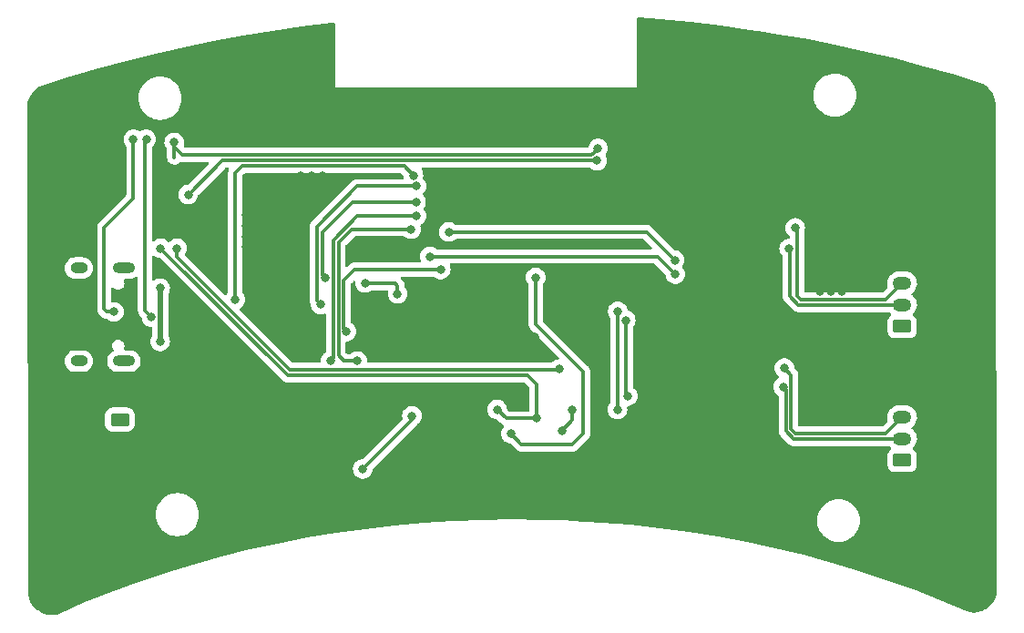
<source format=gbr>
%TF.GenerationSoftware,KiCad,Pcbnew,(7.0.0)*%
%TF.CreationDate,2023-04-13T18:09:42+05:30*%
%TF.ProjectId,smart_toilet,736d6172-745f-4746-9f69-6c65742e6b69,rev?*%
%TF.SameCoordinates,Original*%
%TF.FileFunction,Copper,L2,Bot*%
%TF.FilePolarity,Positive*%
%FSLAX46Y46*%
G04 Gerber Fmt 4.6, Leading zero omitted, Abs format (unit mm)*
G04 Created by KiCad (PCBNEW (7.0.0)) date 2023-04-13 18:09:42*
%MOMM*%
%LPD*%
G01*
G04 APERTURE LIST*
G04 Aperture macros list*
%AMRoundRect*
0 Rectangle with rounded corners*
0 $1 Rounding radius*
0 $2 $3 $4 $5 $6 $7 $8 $9 X,Y pos of 4 corners*
0 Add a 4 corners polygon primitive as box body*
4,1,4,$2,$3,$4,$5,$6,$7,$8,$9,$2,$3,0*
0 Add four circle primitives for the rounded corners*
1,1,$1+$1,$2,$3*
1,1,$1+$1,$4,$5*
1,1,$1+$1,$6,$7*
1,1,$1+$1,$8,$9*
0 Add four rect primitives between the rounded corners*
20,1,$1+$1,$2,$3,$4,$5,0*
20,1,$1+$1,$4,$5,$6,$7,0*
20,1,$1+$1,$6,$7,$8,$9,0*
20,1,$1+$1,$8,$9,$2,$3,0*%
G04 Aperture macros list end*
%TA.AperFunction,ComponentPad*%
%ADD10RoundRect,0.250000X0.625000X-0.350000X0.625000X0.350000X-0.625000X0.350000X-0.625000X-0.350000X0*%
%TD*%
%TA.AperFunction,ComponentPad*%
%ADD11O,1.750000X1.200000*%
%TD*%
%TA.AperFunction,ComponentPad*%
%ADD12O,2.100000X1.000000*%
%TD*%
%TA.AperFunction,ComponentPad*%
%ADD13O,1.600000X1.000000*%
%TD*%
%TA.AperFunction,ComponentPad*%
%ADD14RoundRect,0.250000X-0.625000X0.350000X-0.625000X-0.350000X0.625000X-0.350000X0.625000X0.350000X0*%
%TD*%
%TA.AperFunction,ViaPad*%
%ADD15C,0.800000*%
%TD*%
%TA.AperFunction,Conductor*%
%ADD16C,0.300000*%
%TD*%
%TA.AperFunction,Conductor*%
%ADD17C,0.200000*%
%TD*%
%TA.AperFunction,Conductor*%
%ADD18C,0.500000*%
%TD*%
G04 APERTURE END LIST*
D10*
%TO.P,J2,1,Pin_1*%
%TO.N,+5V*%
X181650000Y-116900000D03*
D11*
%TO.P,J2,2,Pin_2*%
%TO.N,S-_1*%
X181649999Y-114899999D03*
%TO.P,J2,3,Pin_3*%
%TO.N,S+_1*%
X181649999Y-112899999D03*
%TO.P,J2,4,Pin_4*%
%TO.N,GND*%
X181649999Y-110899999D03*
%TD*%
D12*
%TO.P,J5,S1,SHIELD*%
%TO.N,unconnected-(J5-SHIELD-PadS1)*%
X109329999Y-99039999D03*
D13*
X105149999Y-99039999D03*
D12*
X109329999Y-107679999D03*
D13*
X105149999Y-107679999D03*
%TD*%
D14*
%TO.P,J1,1,Pin_1*%
%TO.N,+BATT*%
X108960000Y-113110000D03*
D11*
%TO.P,J1,2,Pin_2*%
%TO.N,GND*%
X108959999Y-115109999D03*
%TD*%
D10*
%TO.P,J3,1,Pin_1*%
%TO.N,+5V*%
X181650000Y-104455000D03*
D11*
%TO.P,J3,2,Pin_2*%
%TO.N,S-*%
X181649999Y-102454999D03*
%TO.P,J3,3,Pin_3*%
%TO.N,S+*%
X181649999Y-100454999D03*
%TO.P,J3,4,Pin_4*%
%TO.N,GND*%
X181649999Y-98454999D03*
%TD*%
D15*
%TO.N,Net-(U4-IO32)*%
X136485000Y-92885000D03*
%TO.N,GND*%
X174025000Y-101175000D03*
X175025000Y-101175000D03*
X176025000Y-101175000D03*
X176525000Y-100425000D03*
X175525000Y-100425000D03*
X174525000Y-100425000D03*
X173525000Y-100425000D03*
X176025000Y-98175000D03*
X175025000Y-98175000D03*
X174025000Y-98175000D03*
X174025000Y-99675000D03*
X175025000Y-99675000D03*
X176025000Y-99675000D03*
X176525000Y-98925000D03*
X175525000Y-98925000D03*
X174525000Y-98925000D03*
X173525000Y-98925000D03*
X101775000Y-88425000D03*
X102775000Y-88425000D03*
X103775000Y-88425000D03*
X104775000Y-88425000D03*
X105775000Y-88425000D03*
X105275000Y-87675000D03*
X104275000Y-87675000D03*
X103275000Y-87675000D03*
X102275000Y-87675000D03*
X105775000Y-86925000D03*
X101775000Y-86925000D03*
X102775000Y-86925000D03*
X103775000Y-86925000D03*
X104775000Y-86925000D03*
X105275000Y-86175000D03*
X104275000Y-86175000D03*
X103275000Y-86175000D03*
X102275000Y-86175000D03*
X101775000Y-85425000D03*
X102775000Y-85425000D03*
X103775000Y-85425000D03*
X104775000Y-85425000D03*
X105775000Y-85425000D03*
X161525000Y-111425000D03*
X160275000Y-111425000D03*
X160275000Y-113675000D03*
X161525000Y-113675000D03*
X161525000Y-112675000D03*
X160275000Y-112675000D03*
X147525000Y-105425000D03*
X144775000Y-105425000D03*
X142275000Y-105425000D03*
X139775000Y-105425000D03*
X144525000Y-110925000D03*
X143525000Y-110925000D03*
X142525000Y-110925000D03*
X141525000Y-110925000D03*
X145025000Y-110175000D03*
X144025000Y-110175000D03*
X143025000Y-110175000D03*
X142025000Y-110175000D03*
X141025000Y-110175000D03*
X154525000Y-101925000D03*
X153525000Y-101925000D03*
X152525000Y-101925000D03*
X133775000Y-104925000D03*
X134775000Y-104925000D03*
X135775000Y-104925000D03*
X136775000Y-104925000D03*
X136775000Y-103925000D03*
X135775000Y-103925000D03*
X134775000Y-103925000D03*
X133775000Y-103925000D03*
X121775000Y-102675000D03*
X122275000Y-101925000D03*
X121275000Y-101925000D03*
X122775000Y-108925000D03*
X121775000Y-108925000D03*
X120775000Y-108925000D03*
X136025000Y-111175000D03*
X135025000Y-111175000D03*
X134025000Y-111175000D03*
X133025000Y-111175000D03*
X131025000Y-97675000D03*
X131025000Y-96675000D03*
%TO.N,Net-(U4-IO14)*%
X138775000Y-99175000D03*
X130024500Y-104925000D03*
%TO.N,Net-(U4-IO12)*%
X134775000Y-101425000D03*
X131750500Y-100425000D03*
%TO.N,Net-(U4-IO33)*%
X136525000Y-94175000D03*
%TO.N,Net-(U4-IO25)*%
X136025000Y-95425000D03*
X131025000Y-107675000D03*
%TO.N,Net-(U4-IO33)*%
X128525000Y-107675000D03*
%TO.N,Net-(U4-IO32)*%
X128024500Y-99925000D03*
%TO.N,Net-(U4-IO35)*%
X136525000Y-91425000D03*
X127624500Y-102425000D03*
%TO.N,IO0*%
X145275000Y-114425000D03*
%TO.N,DTR*%
X144025000Y-112175000D03*
%TO.N,Net-(Q3-B)*%
X150025000Y-114175000D03*
X151025000Y-112175000D03*
%TO.N,DTR*%
X147690503Y-113011610D03*
%TO.N,RTS*%
X149775000Y-108425000D03*
%TO.N,S+_1*%
X170715501Y-108320000D03*
%TO.N,GND*%
X163750000Y-89500000D03*
X162750000Y-92500000D03*
X122750000Y-81000000D03*
X171000000Y-80750000D03*
X178500000Y-110750000D03*
X167000000Y-82750000D03*
X166750000Y-90500000D03*
X161500000Y-120000000D03*
X103500000Y-95750000D03*
X174500000Y-109750000D03*
X142275000Y-84175000D03*
X159500000Y-119000000D03*
X120650000Y-95100000D03*
X182500000Y-87000000D03*
X141275000Y-85175000D03*
X180500000Y-87000000D03*
X170000000Y-79750000D03*
X178500000Y-111750000D03*
X101500000Y-93750000D03*
X162500000Y-121000000D03*
X103500000Y-94750000D03*
X125750000Y-86925000D03*
X105500000Y-92750000D03*
X169000000Y-80750000D03*
X144275000Y-84175000D03*
X102500000Y-92750000D03*
X183500000Y-87000000D03*
X167000000Y-79750000D03*
X127775000Y-90425000D03*
X170000000Y-80750000D03*
X122750000Y-84000000D03*
X163500000Y-121000000D03*
X111000000Y-121250000D03*
X186000000Y-122500000D03*
X111000000Y-120250000D03*
X162750000Y-89500000D03*
X121750000Y-82000000D03*
X140275000Y-87175000D03*
X140275000Y-84175000D03*
X110000000Y-119250000D03*
X176500000Y-111750000D03*
X163750000Y-91500000D03*
X101500000Y-95750000D03*
X121750000Y-83000000D03*
X169000000Y-79750000D03*
X143275000Y-85175000D03*
X175500000Y-111750000D03*
X164750000Y-91500000D03*
X142275000Y-87175000D03*
X144275000Y-87175000D03*
X162500000Y-120000000D03*
X184000000Y-123500000D03*
X119750000Y-83000000D03*
X108000000Y-122250000D03*
X123750000Y-81000000D03*
X186000000Y-123500000D03*
X162750000Y-90500000D03*
X182000000Y-125500000D03*
X163500000Y-120000000D03*
X164750000Y-90500000D03*
X102500000Y-94750000D03*
X181500000Y-85000000D03*
X143275000Y-84175000D03*
X183000000Y-122500000D03*
X174500000Y-108750000D03*
X161500000Y-121000000D03*
X107000000Y-121250000D03*
X185000000Y-122500000D03*
X103500000Y-93750000D03*
X167000000Y-80750000D03*
X105500000Y-94750000D03*
X144275000Y-86175000D03*
X163500000Y-122000000D03*
X119750000Y-82000000D03*
X120750000Y-83000000D03*
X121750000Y-84000000D03*
X185000000Y-123500000D03*
X126775000Y-90425000D03*
X180500000Y-84000000D03*
X185000000Y-125500000D03*
X110000000Y-122250000D03*
X160500000Y-122000000D03*
X102500000Y-95750000D03*
X104500000Y-94750000D03*
X186000000Y-124500000D03*
X161500000Y-122000000D03*
X183000000Y-125500000D03*
X123650000Y-97100000D03*
X162750000Y-91500000D03*
X186000000Y-125500000D03*
X143275000Y-86175000D03*
X175500000Y-108750000D03*
X182000000Y-123500000D03*
X185000000Y-124500000D03*
X170000000Y-81750000D03*
X184500000Y-85000000D03*
X105500000Y-95750000D03*
X119750000Y-84000000D03*
X104500000Y-93750000D03*
X163750000Y-92500000D03*
X183500000Y-85000000D03*
X162500000Y-122000000D03*
X165750000Y-90500000D03*
X177500000Y-108750000D03*
X175500000Y-110750000D03*
X121650000Y-94100000D03*
X177500000Y-109750000D03*
X165750000Y-89500000D03*
X111000000Y-119250000D03*
X105500000Y-93750000D03*
X184500000Y-84000000D03*
X183500000Y-86000000D03*
X178500000Y-109750000D03*
X109000000Y-122250000D03*
X101500000Y-94750000D03*
X159500000Y-122000000D03*
X121750000Y-81000000D03*
X109000000Y-120250000D03*
X177500000Y-110750000D03*
X120650000Y-97100000D03*
X175500000Y-109750000D03*
X126775000Y-86925000D03*
X184000000Y-124500000D03*
X171000000Y-79750000D03*
X184500000Y-87000000D03*
X171000000Y-82750000D03*
X160500000Y-120000000D03*
X104500000Y-95750000D03*
X111000000Y-122250000D03*
X109000000Y-119250000D03*
X164750000Y-92500000D03*
X174500000Y-110750000D03*
X107000000Y-122250000D03*
X108000000Y-121250000D03*
X166750000Y-92500000D03*
X141275000Y-86175000D03*
X183000000Y-123500000D03*
X166750000Y-91500000D03*
X182500000Y-86000000D03*
X101500000Y-92750000D03*
X122750000Y-83000000D03*
X168000000Y-80750000D03*
X171000000Y-81750000D03*
X110000000Y-120250000D03*
X177500000Y-111750000D03*
X110000000Y-121250000D03*
X123650000Y-94100000D03*
X167000000Y-81750000D03*
X165750000Y-91500000D03*
X181500000Y-87000000D03*
X109000000Y-121250000D03*
X122750000Y-82000000D03*
X104500000Y-92750000D03*
X160500000Y-119000000D03*
X159500000Y-121000000D03*
X120750000Y-81000000D03*
X120650000Y-94100000D03*
X142275000Y-85175000D03*
X107000000Y-120250000D03*
X168000000Y-82750000D03*
X168000000Y-81750000D03*
X184000000Y-125500000D03*
X140275000Y-86175000D03*
X178500000Y-108750000D03*
X121650000Y-96100000D03*
X182000000Y-122500000D03*
X142275000Y-86175000D03*
X143275000Y-87175000D03*
X140275000Y-85175000D03*
X122650000Y-97100000D03*
X120750000Y-82000000D03*
X183500000Y-84000000D03*
X170000000Y-82750000D03*
X123750000Y-83000000D03*
X141275000Y-84175000D03*
X168000000Y-79750000D03*
X165750000Y-92500000D03*
X176500000Y-110750000D03*
X180500000Y-85000000D03*
X121650000Y-95100000D03*
X161500000Y-119000000D03*
X183000000Y-124500000D03*
X169000000Y-82750000D03*
X107000000Y-119250000D03*
X122650000Y-96100000D03*
X120750000Y-84000000D03*
X166750000Y-89500000D03*
X182500000Y-85000000D03*
X184000000Y-122500000D03*
X169000000Y-81750000D03*
X163500000Y-119000000D03*
X108000000Y-119250000D03*
X108000000Y-120250000D03*
X159500000Y-120000000D03*
X103500000Y-92750000D03*
X162500000Y-119000000D03*
X122650000Y-95100000D03*
X141275000Y-87175000D03*
X176500000Y-109750000D03*
X122650000Y-94100000D03*
X163750000Y-90500000D03*
X164750000Y-89500000D03*
X123650000Y-96100000D03*
X119750000Y-81000000D03*
X125775000Y-90425000D03*
X181500000Y-86000000D03*
X121650000Y-97100000D03*
X123750000Y-84000000D03*
X184500000Y-86000000D03*
X182500000Y-84000000D03*
X127775000Y-86925000D03*
X174500000Y-111750000D03*
X102500000Y-93750000D03*
X181500000Y-84000000D03*
X180500000Y-86000000D03*
X176500000Y-108750000D03*
X182000000Y-124500000D03*
X123750000Y-82000000D03*
X123650000Y-95100000D03*
X144275000Y-85175000D03*
X160500000Y-121000000D03*
X120650000Y-96100000D03*
%TO.N,SCK1*%
X139525000Y-95675000D03*
X160525000Y-98300000D03*
%TO.N,DOUT1*%
X137775000Y-97950000D03*
X160575000Y-99600000D03*
%TO.N,S+*%
X171725500Y-95300000D03*
%TO.N,S-*%
X171150001Y-97212500D03*
%TO.N,S-_1*%
X170590001Y-110070000D03*
%TO.N,SCK2*%
X156150000Y-110925000D03*
X155975000Y-103875000D03*
%TO.N,DOUT2*%
X155200000Y-112175000D03*
X155225000Y-103050000D03*
%TO.N,+5V*%
X136100000Y-112775000D03*
X131525000Y-117700000D03*
%TO.N,RTS*%
X114260000Y-97205000D03*
%TO.N,DTR*%
X112760000Y-97205000D03*
%TO.N,IO0*%
X147600000Y-99905498D03*
%TO.N,TX0*%
X114010000Y-87355000D03*
X153400000Y-87900000D03*
%TO.N,RX0*%
X153300000Y-89050000D03*
X115310000Y-92205500D03*
%TO.N,BTSENS*%
X119675000Y-101950000D03*
X136250000Y-90425000D03*
%TO.N,DP*%
X111410000Y-87055000D03*
X111900000Y-103600000D03*
%TO.N,DN*%
X108400000Y-103100000D03*
X110210000Y-87055000D03*
%TO.N,VBUS*%
X112700000Y-100900000D03*
X112700000Y-105850000D03*
%TD*%
D16*
%TO.N,DOUT1*%
X158925000Y-97950000D02*
X160575000Y-99600000D01*
X137775000Y-97950000D02*
X158925000Y-97950000D01*
%TO.N,Net-(U4-IO14)*%
X129775000Y-104675500D02*
X130024500Y-104925000D01*
X129775000Y-100175000D02*
X129775000Y-104675500D01*
X130775000Y-99175000D02*
X129775000Y-100175000D01*
X138775000Y-99175000D02*
X130775000Y-99175000D01*
%TO.N,SCK1*%
X157900000Y-95675000D02*
X160525000Y-98300000D01*
X139525000Y-95675000D02*
X157900000Y-95675000D01*
%TO.N,Net-(U4-IO12)*%
X134525000Y-100425000D02*
X131775000Y-100425000D01*
X134775000Y-100675000D02*
X134525000Y-100425000D01*
X134775000Y-101425000D02*
X134775000Y-100675000D01*
%TO.N,IO0*%
X146275000Y-115425000D02*
X145275000Y-114425000D01*
X151025000Y-115425000D02*
X146275000Y-115425000D01*
X152025000Y-114425000D02*
X151025000Y-115425000D01*
X147600000Y-104250000D02*
X152025000Y-108675000D01*
X147600000Y-99905498D02*
X147600000Y-104250000D01*
X152025000Y-108675000D02*
X152025000Y-114425000D01*
%TO.N,Net-(U4-IO25)*%
X129775000Y-107675000D02*
X131025000Y-107675000D01*
X136025000Y-95425000D02*
X130482106Y-95425000D01*
X129275000Y-96632106D02*
X129275000Y-107175000D01*
X129275000Y-107175000D02*
X129775000Y-107675000D01*
X130482106Y-95425000D02*
X129275000Y-96632106D01*
%TO.N,Net-(U4-IO33)*%
X131025000Y-94175000D02*
X136525000Y-94175000D01*
X128775000Y-107425000D02*
X128775000Y-96425000D01*
X128775000Y-96425000D02*
X131025000Y-94175000D01*
X128525000Y-107675000D02*
X128775000Y-107425000D01*
%TO.N,Net-(U4-IO32)*%
X130565000Y-92885000D02*
X136485000Y-92885000D01*
X127775000Y-95675000D02*
X130565000Y-92885000D01*
X127775000Y-99675500D02*
X127775000Y-95675000D01*
X128024500Y-99925000D02*
X127775000Y-99675500D01*
%TO.N,Net-(U4-IO35)*%
X131025000Y-91425000D02*
X136525000Y-91425000D01*
X127275000Y-102075500D02*
X127275000Y-95175000D01*
X127624500Y-102425000D02*
X127275000Y-102075500D01*
X127275000Y-95175000D02*
X131025000Y-91425000D01*
%TO.N,DTR*%
X144861610Y-113011610D02*
X147690503Y-113011610D01*
X144025000Y-112175000D02*
X144861610Y-113011610D01*
%TO.N,Net-(Q3-B)*%
X151025000Y-113175000D02*
X151025000Y-112175000D01*
X150025000Y-114175000D02*
X151025000Y-113175000D01*
%TO.N,DTR*%
X147690503Y-109840503D02*
X147690503Y-113011610D01*
X146850000Y-109000000D02*
X147690503Y-109840503D01*
X124555000Y-109000000D02*
X146850000Y-109000000D01*
X112760000Y-97205000D02*
X124555000Y-109000000D01*
%TO.N,RTS*%
X149700000Y-108500000D02*
X149775000Y-108425000D01*
X124762106Y-108500000D02*
X149700000Y-108500000D01*
%TO.N,S+_1*%
X171350000Y-113992894D02*
X171757106Y-114400000D01*
X171757106Y-114400000D02*
X180150000Y-114400000D01*
X171350000Y-108954499D02*
X171350000Y-113992894D01*
X180150000Y-114400000D02*
X181650000Y-112900000D01*
X170715501Y-108320000D02*
X171350000Y-108954499D01*
%TO.N,S+*%
X172212106Y-101955000D02*
X180150000Y-101955000D01*
X171900000Y-101642894D02*
X172212106Y-101955000D01*
X171900000Y-95474500D02*
X171900000Y-101642894D01*
X171725500Y-95300000D02*
X171900000Y-95474500D01*
X180150000Y-101955000D02*
X181650000Y-100455000D01*
%TO.N,S-*%
X171200000Y-101650000D02*
X172005000Y-102455000D01*
X171150001Y-97212500D02*
X171200000Y-97262499D01*
X171200000Y-97262499D02*
X171200000Y-101650000D01*
X181650000Y-102455000D02*
X181395000Y-102200000D01*
X172005000Y-102455000D02*
X181650000Y-102455000D01*
D17*
%TO.N,S-_1*%
X181200000Y-114900000D02*
X181650000Y-114900000D01*
D16*
X171550000Y-114900000D02*
X170850000Y-114200000D01*
X170850000Y-114200000D02*
X170850000Y-110329999D01*
X181300000Y-114550000D02*
X181650000Y-114900000D01*
X181650000Y-114900000D02*
X171550000Y-114900000D01*
X170850000Y-110329999D02*
X170590001Y-110070000D01*
%TO.N,SCK2*%
X155975000Y-110750000D02*
X156150000Y-110925000D01*
X155975000Y-103875000D02*
X155975000Y-110750000D01*
%TO.N,DOUT2*%
X155225000Y-103050000D02*
X155225000Y-111975000D01*
X155225000Y-111975000D02*
X155225000Y-112150000D01*
X155225000Y-112150000D02*
X155200000Y-112175000D01*
%TO.N,+5V*%
X136100000Y-113125000D02*
X131525000Y-117700000D01*
X136100000Y-112775000D02*
X136100000Y-113125000D01*
%TO.N,RTS*%
X114260000Y-97205000D02*
X114260000Y-97997894D01*
X114260000Y-96997894D02*
X114260000Y-97455000D01*
X114260000Y-97997894D02*
X124762106Y-108500000D01*
%TO.N,TX0*%
X114010000Y-87355000D02*
X114010000Y-87760000D01*
X114750000Y-88500000D02*
X152789339Y-88500000D01*
X152989339Y-88300000D02*
X153000000Y-88300000D01*
X152789339Y-88500000D02*
X152989339Y-88300000D01*
X153000000Y-88300000D02*
X153400000Y-87900000D01*
X114010000Y-87760000D02*
X114750000Y-88500000D01*
X114010000Y-87355000D02*
X114010000Y-88755000D01*
%TO.N,RX0*%
X115310000Y-92205500D02*
X115359500Y-92255000D01*
X118465500Y-89050000D02*
X153300000Y-89050000D01*
X115310000Y-92205500D02*
X118465500Y-89050000D01*
%TO.N,BTSENS*%
X120300000Y-89550000D02*
X135375000Y-89550000D01*
X119675000Y-101950000D02*
X119675000Y-90175000D01*
X135375000Y-89550000D02*
X136250000Y-90425000D01*
X119675000Y-90175000D02*
X120300000Y-89550000D01*
%TO.N,DP*%
X111300000Y-103000000D02*
X111300000Y-87165000D01*
X111300000Y-87165000D02*
X111410000Y-87055000D01*
X111560000Y-87205000D02*
X111410000Y-87055000D01*
X111900000Y-103600000D02*
X111300000Y-103000000D01*
%TO.N,DN*%
X108400000Y-103100000D02*
X107750000Y-103100000D01*
X107500000Y-102850000D02*
X107500000Y-95250000D01*
X107500000Y-95250000D02*
X110210000Y-92540000D01*
X110210000Y-92540000D02*
X110210000Y-87055000D01*
X107750000Y-103100000D02*
X107500000Y-102850000D01*
D18*
%TO.N,VBUS*%
X112750000Y-100950000D02*
X112700000Y-100900000D01*
X112700000Y-105850000D02*
X112750000Y-105800000D01*
X112750000Y-105800000D02*
X112750000Y-100950000D01*
%TD*%
%TA.AperFunction,Conductor*%
%TO.N,GND*%
G36*
X135098331Y-90217939D02*
G01*
X135138559Y-90244819D01*
X135307530Y-90413790D01*
X135331769Y-90448087D01*
X135343170Y-90488509D01*
X135344286Y-90499122D01*
X135356458Y-90614928D01*
X135357512Y-90618174D01*
X135356818Y-90671444D01*
X135332611Y-90720534D01*
X135289627Y-90754420D01*
X135236243Y-90766500D01*
X131107132Y-90766500D01*
X131095460Y-90765949D01*
X131095075Y-90765912D01*
X131087463Y-90764211D01*
X131079676Y-90764455D01*
X131079668Y-90764455D01*
X131016581Y-90766439D01*
X131012685Y-90766500D01*
X130983568Y-90766500D01*
X130979711Y-90766987D01*
X130979681Y-90766989D01*
X130979053Y-90767069D01*
X130967433Y-90767983D01*
X130928963Y-90769192D01*
X130928955Y-90769193D01*
X130921169Y-90769438D01*
X130913683Y-90771612D01*
X130913680Y-90771613D01*
X130900421Y-90775465D01*
X130881382Y-90779407D01*
X130867680Y-90781138D01*
X130867668Y-90781140D01*
X130859936Y-90782118D01*
X130852686Y-90784988D01*
X130852679Y-90784990D01*
X130816892Y-90799158D01*
X130805850Y-90802939D01*
X130768893Y-90813677D01*
X130768886Y-90813679D01*
X130761400Y-90815855D01*
X130754691Y-90819822D01*
X130754683Y-90819826D01*
X130742805Y-90826851D01*
X130725343Y-90835406D01*
X130712500Y-90840491D01*
X130712493Y-90840494D01*
X130705244Y-90843365D01*
X130698934Y-90847948D01*
X130698931Y-90847951D01*
X130667796Y-90870572D01*
X130658036Y-90876983D01*
X130624905Y-90896577D01*
X130624902Y-90896579D01*
X130618193Y-90900547D01*
X130612683Y-90906056D01*
X130612680Y-90906059D01*
X130602910Y-90915829D01*
X130588126Y-90928455D01*
X130576956Y-90936571D01*
X130576950Y-90936575D01*
X130570643Y-90941159D01*
X130565676Y-90947161D01*
X130565665Y-90947173D01*
X130541133Y-90976827D01*
X130533273Y-90985465D01*
X126867442Y-94651296D01*
X126858805Y-94659156D01*
X126858503Y-94659405D01*
X126851920Y-94663584D01*
X126846581Y-94669268D01*
X126846580Y-94669270D01*
X126803377Y-94715275D01*
X126800672Y-94718066D01*
X126782826Y-94735913D01*
X126782819Y-94735920D01*
X126780073Y-94738667D01*
X126777698Y-94741728D01*
X126777678Y-94741751D01*
X126777280Y-94742265D01*
X126769712Y-94751125D01*
X126753226Y-94768682D01*
X126738028Y-94784867D01*
X126734273Y-94791695D01*
X126734269Y-94791702D01*
X126727618Y-94803800D01*
X126716942Y-94820054D01*
X126708476Y-94830968D01*
X126708473Y-94830973D01*
X126703696Y-94837132D01*
X126700599Y-94844287D01*
X126700598Y-94844290D01*
X126685309Y-94879618D01*
X126680173Y-94890100D01*
X126661633Y-94923825D01*
X126661627Y-94923838D01*
X126657876Y-94930663D01*
X126655938Y-94938209D01*
X126655937Y-94938213D01*
X126652504Y-94951585D01*
X126646203Y-94969989D01*
X126637620Y-94989824D01*
X126636400Y-94997524D01*
X126636399Y-94997529D01*
X126630380Y-95035535D01*
X126628012Y-95046972D01*
X126618440Y-95084252D01*
X126618439Y-95084259D01*
X126616500Y-95091812D01*
X126616500Y-95099616D01*
X126616500Y-95113420D01*
X126614972Y-95132817D01*
X126611594Y-95154152D01*
X126612328Y-95161917D01*
X126612328Y-95161920D01*
X126615950Y-95200235D01*
X126616500Y-95211904D01*
X126616500Y-101993371D01*
X126615950Y-102005040D01*
X126615913Y-102005423D01*
X126614212Y-102013037D01*
X126614457Y-102020833D01*
X126614457Y-102020834D01*
X126616439Y-102083901D01*
X126616500Y-102087796D01*
X126616500Y-102116932D01*
X126616988Y-102120804D01*
X126616989Y-102120805D01*
X126617069Y-102121439D01*
X126617983Y-102133063D01*
X126619192Y-102171537D01*
X126619193Y-102171544D01*
X126619438Y-102179331D01*
X126621611Y-102186813D01*
X126621613Y-102186822D01*
X126625464Y-102200077D01*
X126629407Y-102219118D01*
X126631138Y-102232821D01*
X126631141Y-102232833D01*
X126632118Y-102240564D01*
X126634987Y-102247813D01*
X126634989Y-102247817D01*
X126649158Y-102283606D01*
X126652941Y-102294653D01*
X126665855Y-102339100D01*
X126669824Y-102345812D01*
X126669825Y-102345813D01*
X126676851Y-102357693D01*
X126685409Y-102375164D01*
X126690491Y-102388001D01*
X126690496Y-102388010D01*
X126693365Y-102395256D01*
X126697946Y-102401562D01*
X126698990Y-102403460D01*
X126713648Y-102450233D01*
X126720251Y-102513056D01*
X126730958Y-102614928D01*
X126732963Y-102621100D01*
X126732965Y-102621107D01*
X126787965Y-102790377D01*
X126789973Y-102796556D01*
X126793220Y-102802180D01*
X126793221Y-102802182D01*
X126871368Y-102937537D01*
X126885460Y-102961944D01*
X127013247Y-103103866D01*
X127018497Y-103107680D01*
X127018500Y-103107683D01*
X127117206Y-103179397D01*
X127167748Y-103216118D01*
X127173681Y-103218759D01*
X127173682Y-103218760D01*
X127333528Y-103289928D01*
X127342212Y-103293794D01*
X127348570Y-103295145D01*
X127348572Y-103295146D01*
X127362216Y-103298046D01*
X127529013Y-103333500D01*
X127713484Y-103333500D01*
X127719987Y-103333500D01*
X127906788Y-103293794D01*
X127929983Y-103283467D01*
X127942066Y-103278088D01*
X128002230Y-103267750D01*
X128060036Y-103287373D01*
X128101473Y-103332201D01*
X128116500Y-103391368D01*
X128116500Y-106785643D01*
X128102985Y-106841938D01*
X128065386Y-106885961D01*
X127919000Y-106992316D01*
X127918991Y-106992323D01*
X127913747Y-106996134D01*
X127909403Y-107000957D01*
X127909400Y-107000961D01*
X127895409Y-107016500D01*
X127785960Y-107138056D01*
X127782714Y-107143676D01*
X127782711Y-107143682D01*
X127693721Y-107297817D01*
X127693718Y-107297822D01*
X127690473Y-107303444D01*
X127688467Y-107309616D01*
X127688465Y-107309622D01*
X127633465Y-107478892D01*
X127633463Y-107478901D01*
X127631458Y-107485072D01*
X127630780Y-107491522D01*
X127630778Y-107491532D01*
X127615457Y-107637316D01*
X127611496Y-107675000D01*
X127614600Y-107704538D01*
X127602731Y-107771857D01*
X127556990Y-107822658D01*
X127491280Y-107841500D01*
X125086228Y-107841500D01*
X125038775Y-107832061D01*
X124998547Y-107805181D01*
X120120157Y-102926791D01*
X120091502Y-102882028D01*
X120084220Y-102829381D01*
X120099649Y-102778521D01*
X120134953Y-102738792D01*
X120140693Y-102734622D01*
X120286253Y-102628866D01*
X120414040Y-102486944D01*
X120509527Y-102321556D01*
X120568542Y-102139928D01*
X120588504Y-101950000D01*
X120568542Y-101760072D01*
X120509527Y-101578444D01*
X120414040Y-101413056D01*
X120365350Y-101358980D01*
X120341736Y-101320445D01*
X120333500Y-101276008D01*
X120333500Y-90499122D01*
X120342939Y-90451669D01*
X120369816Y-90411443D01*
X120536442Y-90244816D01*
X120576668Y-90217939D01*
X120624121Y-90208500D01*
X135050878Y-90208500D01*
X135098331Y-90217939D01*
G37*
%TD.AperFunction*%
%TA.AperFunction,Conductor*%
G36*
X159232062Y-75882269D02*
G01*
X159234368Y-75882480D01*
X162000351Y-76160492D01*
X162002644Y-76160744D01*
X164752443Y-76489853D01*
X164759620Y-76490712D01*
X164761962Y-76491014D01*
X167508445Y-76872946D01*
X167510774Y-76873293D01*
X168278815Y-76995164D01*
X170245149Y-77307177D01*
X170247514Y-77307576D01*
X170799520Y-77406146D01*
X172968375Y-77793435D01*
X172970638Y-77793862D01*
X175672567Y-78330930D01*
X175676446Y-78331701D01*
X175678831Y-78332200D01*
X178367874Y-78921978D01*
X178370255Y-78922525D01*
X181041254Y-79564299D01*
X181043608Y-79564890D01*
X183694930Y-80258640D01*
X183697275Y-80259279D01*
X186327400Y-81005006D01*
X186329746Y-81005696D01*
X188932003Y-81801828D01*
X188944510Y-81806403D01*
X189203298Y-81917186D01*
X189222314Y-81927368D01*
X189380979Y-82031040D01*
X189464032Y-82085308D01*
X189478985Y-82096791D01*
X189614930Y-82218685D01*
X189683312Y-82280000D01*
X189701775Y-82296554D01*
X189713784Y-82308933D01*
X189910364Y-82542030D01*
X189920252Y-82555502D01*
X190071296Y-82793430D01*
X190083678Y-82812934D01*
X190091887Y-82828105D01*
X190215651Y-83100541D01*
X190222122Y-83118250D01*
X190300312Y-83396207D01*
X190304326Y-83417413D01*
X190332475Y-83698135D01*
X190333094Y-83710166D01*
X190336984Y-85123038D01*
X190336984Y-85123039D01*
X190340891Y-86541865D01*
X190340891Y-86541866D01*
X190344798Y-87960691D01*
X190344798Y-87960692D01*
X190348705Y-89379518D01*
X190348705Y-89379519D01*
X190352611Y-90798344D01*
X190352611Y-90798345D01*
X190356518Y-92217171D01*
X190356518Y-92217172D01*
X190360425Y-93635998D01*
X190360425Y-93635999D01*
X190364332Y-95054824D01*
X190364332Y-95054825D01*
X190368238Y-96473651D01*
X190368238Y-96473652D01*
X190372145Y-97892477D01*
X190372145Y-97892478D01*
X190376052Y-99311304D01*
X190376052Y-99311305D01*
X190379959Y-100730131D01*
X190379959Y-100730132D01*
X190383865Y-102148957D01*
X190383865Y-102148958D01*
X190387772Y-103567784D01*
X190387772Y-103567785D01*
X190391679Y-104986610D01*
X190391679Y-104986611D01*
X190395586Y-106405437D01*
X190395586Y-106405438D01*
X190399492Y-107824263D01*
X190399492Y-107824264D01*
X190403399Y-109243090D01*
X190403399Y-109243091D01*
X190407306Y-110661917D01*
X190407306Y-110661918D01*
X190411213Y-112080743D01*
X190411213Y-112080744D01*
X190415119Y-113499570D01*
X190415119Y-113499571D01*
X190419026Y-114918396D01*
X190419026Y-114918397D01*
X190422933Y-116337223D01*
X190422933Y-116337224D01*
X190426840Y-117756049D01*
X190426840Y-117756050D01*
X190430746Y-119174876D01*
X190430746Y-119174877D01*
X190434653Y-120593702D01*
X190434653Y-120593703D01*
X190438560Y-122012529D01*
X190438560Y-122012530D01*
X190442467Y-123431356D01*
X190442467Y-123431357D01*
X190446373Y-124850182D01*
X190446373Y-124850183D01*
X190450280Y-126269009D01*
X190450280Y-126269010D01*
X190454187Y-127687835D01*
X190454187Y-127687836D01*
X190458079Y-129101592D01*
X190457711Y-129111484D01*
X190440746Y-129331075D01*
X190436717Y-129354252D01*
X190349817Y-129671824D01*
X190340636Y-129695513D01*
X190188419Y-129993438D01*
X190176469Y-130012382D01*
X189967169Y-130285868D01*
X189953647Y-130300837D01*
X189697157Y-130542050D01*
X189682400Y-130553940D01*
X189389353Y-130755169D01*
X189373113Y-130764596D01*
X189054582Y-130918525D01*
X189036268Y-130925646D01*
X188703603Y-131025470D01*
X188682501Y-131029847D01*
X188346965Y-131069455D01*
X188322624Y-131069922D01*
X187994886Y-131043928D01*
X187967840Y-131038714D01*
X187648748Y-130939401D01*
X187636698Y-130934954D01*
X185214785Y-129895634D01*
X185215260Y-129894526D01*
X185215222Y-129894509D01*
X185214780Y-129895629D01*
X185214694Y-129895595D01*
X185214610Y-129895559D01*
X185215085Y-129894448D01*
X185215046Y-129894430D01*
X185214602Y-129895558D01*
X182746171Y-128921489D01*
X182746758Y-128920001D01*
X182746710Y-128919983D01*
X182746164Y-128921483D01*
X182746046Y-128921440D01*
X182745992Y-128921419D01*
X182746570Y-128919931D01*
X182746530Y-128919916D01*
X182745987Y-128921419D01*
X180239600Y-128015097D01*
X180240081Y-128013764D01*
X180240042Y-128013750D01*
X180239595Y-128015093D01*
X180239514Y-128015066D01*
X180239422Y-128015033D01*
X180239899Y-128013700D01*
X180239858Y-128013686D01*
X180239414Y-128015033D01*
X177697804Y-127176455D01*
X177698223Y-127175182D01*
X177698183Y-127175168D01*
X177697799Y-127176451D01*
X177697709Y-127176424D01*
X177697624Y-127176396D01*
X177698043Y-127175122D01*
X177698002Y-127175108D01*
X177697617Y-127176396D01*
X175123504Y-126405554D01*
X175123798Y-126404570D01*
X175123766Y-126404561D01*
X175123498Y-126405550D01*
X175123395Y-126405522D01*
X175123321Y-126405500D01*
X175123613Y-126404516D01*
X175123583Y-126404507D01*
X175123315Y-126405500D01*
X172519421Y-125702385D01*
X172519909Y-125700576D01*
X172519865Y-125700564D01*
X172519417Y-125702382D01*
X172519344Y-125702364D01*
X172519239Y-125702336D01*
X172519721Y-125700526D01*
X172519670Y-125700513D01*
X172519230Y-125702337D01*
X169888286Y-125066943D01*
X169888665Y-125065372D01*
X169888631Y-125065364D01*
X169888281Y-125066940D01*
X169888191Y-125066920D01*
X169888101Y-125066899D01*
X169888467Y-125065329D01*
X169888431Y-125065321D01*
X169888094Y-125066900D01*
X167232816Y-124499218D01*
X167233138Y-124497709D01*
X167233101Y-124497701D01*
X167232813Y-124499216D01*
X167232750Y-124499204D01*
X167232632Y-124499179D01*
X167232952Y-124497668D01*
X167232907Y-124497658D01*
X167232623Y-124499180D01*
X164555742Y-123999205D01*
X164556023Y-123997698D01*
X164555991Y-123997692D01*
X164555737Y-123999202D01*
X164555654Y-123999188D01*
X164555554Y-123999170D01*
X164555825Y-123997660D01*
X164555789Y-123997653D01*
X164555546Y-123999171D01*
X161859785Y-123566895D01*
X161859952Y-123565852D01*
X161859919Y-123565847D01*
X161859779Y-123566892D01*
X161859682Y-123566879D01*
X161859595Y-123566865D01*
X161859762Y-123565823D01*
X161859728Y-123565817D01*
X161859588Y-123566866D01*
X159147665Y-123202278D01*
X159147892Y-123200584D01*
X159147857Y-123200579D01*
X159147661Y-123202276D01*
X159147592Y-123202268D01*
X159147477Y-123202253D01*
X159147697Y-123200561D01*
X159147654Y-123200556D01*
X159147469Y-123202255D01*
X156422113Y-122905351D01*
X156422255Y-122904039D01*
X156422219Y-122904037D01*
X156422108Y-122905349D01*
X156422026Y-122905342D01*
X156421924Y-122905331D01*
X156422064Y-122904025D01*
X156422026Y-122904022D01*
X156421917Y-122905333D01*
X153685848Y-122676104D01*
X153685926Y-122675171D01*
X153685906Y-122675170D01*
X153685845Y-122676103D01*
X153685784Y-122676099D01*
X153685660Y-122676089D01*
X153685734Y-122675159D01*
X153685705Y-122675157D01*
X153685651Y-122676091D01*
X150941599Y-122514531D01*
X150941693Y-122512920D01*
X150941657Y-122512917D01*
X150941595Y-122514529D01*
X150941518Y-122514526D01*
X150941410Y-122514520D01*
X150941499Y-122512905D01*
X150941457Y-122512902D01*
X150941402Y-122514522D01*
X150516206Y-122500000D01*
X173744390Y-122500000D01*
X173744706Y-122504418D01*
X173764487Y-122781005D01*
X173764488Y-122781014D01*
X173764804Y-122785428D01*
X173765744Y-122789753D01*
X173765746Y-122789761D01*
X173804042Y-122965802D01*
X173825631Y-123065046D01*
X173827175Y-123069185D01*
X173827176Y-123069189D01*
X173904957Y-123277728D01*
X173925633Y-123333161D01*
X173927753Y-123337043D01*
X173927756Y-123337050D01*
X174053246Y-123566866D01*
X174062774Y-123584315D01*
X174234261Y-123813395D01*
X174436605Y-124015739D01*
X174665685Y-124187226D01*
X174916839Y-124324367D01*
X175184954Y-124424369D01*
X175464572Y-124485196D01*
X175678552Y-124500500D01*
X175819233Y-124500500D01*
X175821448Y-124500500D01*
X176035428Y-124485196D01*
X176315046Y-124424369D01*
X176583161Y-124324367D01*
X176834315Y-124187226D01*
X177063395Y-124015739D01*
X177265739Y-123813395D01*
X177437226Y-123584315D01*
X177574367Y-123333161D01*
X177674369Y-123065046D01*
X177735196Y-122785428D01*
X177755610Y-122500000D01*
X177735196Y-122214572D01*
X177674369Y-121934954D01*
X177574367Y-121666839D01*
X177437226Y-121415685D01*
X177265739Y-121186605D01*
X177063395Y-120984261D01*
X176834315Y-120812774D01*
X176830420Y-120810647D01*
X176587050Y-120677756D01*
X176587043Y-120677753D01*
X176583161Y-120675633D01*
X176579017Y-120674087D01*
X176579012Y-120674085D01*
X176319189Y-120577176D01*
X176319185Y-120577175D01*
X176315046Y-120575631D01*
X176285075Y-120569111D01*
X176039761Y-120515746D01*
X176039753Y-120515744D01*
X176035428Y-120514804D01*
X176031014Y-120514488D01*
X176031005Y-120514487D01*
X175823658Y-120499658D01*
X175823656Y-120499657D01*
X175821448Y-120499500D01*
X175678552Y-120499500D01*
X175676344Y-120499657D01*
X175676341Y-120499658D01*
X175468994Y-120514487D01*
X175468983Y-120514488D01*
X175464572Y-120514804D01*
X175460248Y-120515744D01*
X175460238Y-120515746D01*
X175189279Y-120574690D01*
X175189276Y-120574690D01*
X175184954Y-120575631D01*
X175180818Y-120577173D01*
X175180810Y-120577176D01*
X174920987Y-120674085D01*
X174920976Y-120674089D01*
X174916839Y-120675633D01*
X174912961Y-120677750D01*
X174912949Y-120677756D01*
X174669579Y-120810647D01*
X174669571Y-120810651D01*
X174665685Y-120812774D01*
X174662135Y-120815431D01*
X174662131Y-120815434D01*
X174440156Y-120981602D01*
X174440149Y-120981607D01*
X174436605Y-120984261D01*
X174433474Y-120987391D01*
X174433467Y-120987398D01*
X174237398Y-121183467D01*
X174237391Y-121183474D01*
X174234261Y-121186605D01*
X174231607Y-121190149D01*
X174231602Y-121190156D01*
X174082541Y-121389279D01*
X174062774Y-121415685D01*
X174060651Y-121419571D01*
X174060647Y-121419579D01*
X173927756Y-121662949D01*
X173927750Y-121662961D01*
X173925633Y-121666839D01*
X173924089Y-121670976D01*
X173924085Y-121670987D01*
X173827176Y-121930810D01*
X173827173Y-121930818D01*
X173825631Y-121934954D01*
X173824690Y-121939276D01*
X173824690Y-121939279D01*
X173765746Y-122210238D01*
X173765744Y-122210248D01*
X173764804Y-122214572D01*
X173764488Y-122218983D01*
X173764487Y-122218994D01*
X173750067Y-122420619D01*
X173744390Y-122500000D01*
X150516206Y-122500000D01*
X148192090Y-122420623D01*
X148192133Y-122419361D01*
X148192097Y-122419360D01*
X148192084Y-122420621D01*
X148191988Y-122420620D01*
X148191898Y-122420617D01*
X148191939Y-122419358D01*
X148191904Y-122419358D01*
X148191892Y-122420619D01*
X145440038Y-122394372D01*
X145440044Y-122393689D01*
X145440024Y-122393689D01*
X145440034Y-122394371D01*
X145439962Y-122394372D01*
X145439849Y-122394371D01*
X145439855Y-122393689D01*
X145439830Y-122393689D01*
X145439841Y-122394373D01*
X142688179Y-122435774D01*
X142688163Y-122434748D01*
X142688131Y-122434747D01*
X142688171Y-122435771D01*
X142688040Y-122435776D01*
X142687985Y-122435777D01*
X142687966Y-122434745D01*
X142687940Y-122434745D01*
X142687981Y-122435778D01*
X139939222Y-122544816D01*
X139939176Y-122543657D01*
X139939147Y-122543658D01*
X139939218Y-122544815D01*
X139939152Y-122544819D01*
X139939032Y-122544824D01*
X139938983Y-122543667D01*
X139938949Y-122543669D01*
X139939024Y-122544827D01*
X137195904Y-122721495D01*
X137195827Y-122720303D01*
X137195799Y-122720305D01*
X137195899Y-122721494D01*
X137195815Y-122721501D01*
X137195714Y-122721508D01*
X137195631Y-122720321D01*
X137195600Y-122720323D01*
X137195707Y-122721511D01*
X134460945Y-122965802D01*
X134460873Y-122965003D01*
X134460853Y-122965005D01*
X134460939Y-122965801D01*
X134460837Y-122965812D01*
X134460755Y-122965820D01*
X134460677Y-122965021D01*
X134460657Y-122965023D01*
X134460749Y-122965822D01*
X131737070Y-123277730D01*
X131736928Y-123276492D01*
X131736891Y-123276495D01*
X131737063Y-123277728D01*
X131736948Y-123277744D01*
X131736879Y-123277752D01*
X131736734Y-123276509D01*
X131736700Y-123276513D01*
X131736874Y-123277754D01*
X129027003Y-123657270D01*
X129026945Y-123656860D01*
X129026928Y-123656862D01*
X129026994Y-123657268D01*
X129026864Y-123657289D01*
X129026811Y-123657297D01*
X129026747Y-123656877D01*
X129026737Y-123656878D01*
X129026807Y-123657297D01*
X129026807Y-123657298D01*
X126333461Y-124104415D01*
X126333329Y-124103625D01*
X126333305Y-124103628D01*
X126333454Y-124104414D01*
X126333348Y-124104434D01*
X126333272Y-124104447D01*
X126333136Y-124103654D01*
X126333114Y-124103657D01*
X126333267Y-124104449D01*
X123659180Y-124619159D01*
X123658957Y-124618001D01*
X123658926Y-124618007D01*
X123659172Y-124619158D01*
X123659055Y-124619183D01*
X123658991Y-124619196D01*
X123658756Y-124618040D01*
X123658733Y-124618044D01*
X123658987Y-124619198D01*
X121006876Y-125201494D01*
X121006744Y-125200894D01*
X121006724Y-125200898D01*
X121006870Y-125201494D01*
X121006780Y-125201516D01*
X121006690Y-125201536D01*
X121006557Y-125200937D01*
X121006536Y-125200942D01*
X121006684Y-125201539D01*
X118379276Y-125851411D01*
X118379099Y-125850696D01*
X118379075Y-125850702D01*
X118379271Y-125851411D01*
X118379202Y-125851430D01*
X118379093Y-125851457D01*
X118378916Y-125850744D01*
X118378890Y-125850751D01*
X118379086Y-125851461D01*
X115779106Y-126568904D01*
X115778822Y-126567875D01*
X115778792Y-126567884D01*
X115779100Y-126568904D01*
X115779017Y-126568929D01*
X115778924Y-126568955D01*
X115778637Y-126567930D01*
X115778606Y-126567939D01*
X115778918Y-126568959D01*
X113209088Y-127353966D01*
X113208764Y-127352907D01*
X113208743Y-127352913D01*
X113209082Y-127353966D01*
X113208998Y-127353993D01*
X113208907Y-127354022D01*
X113208570Y-127352967D01*
X113208547Y-127352974D01*
X113208901Y-127354026D01*
X110671947Y-128206588D01*
X110671612Y-128205591D01*
X110671582Y-128205600D01*
X110671940Y-128206588D01*
X110671849Y-128206621D01*
X110671767Y-128206649D01*
X110671426Y-128205651D01*
X110671396Y-128205661D01*
X110671761Y-128206653D01*
X108170407Y-129126762D01*
X108169890Y-129125358D01*
X108169848Y-129125374D01*
X108170400Y-129126762D01*
X108170317Y-129126795D01*
X108170228Y-129126828D01*
X108169708Y-129125426D01*
X108169664Y-129125442D01*
X108170222Y-129126833D01*
X105707191Y-130114482D01*
X105706803Y-130113516D01*
X105706776Y-130113527D01*
X105707183Y-130114483D01*
X105707089Y-130114523D01*
X105707014Y-130114554D01*
X105706617Y-130113594D01*
X105706593Y-130113604D01*
X105707009Y-130114558D01*
X103288639Y-131168166D01*
X103281166Y-131171137D01*
X103073095Y-131246149D01*
X103050307Y-131251992D01*
X102725064Y-131303146D01*
X102699695Y-131304502D01*
X102365526Y-131288036D01*
X102343346Y-131284917D01*
X102199088Y-131251122D01*
X102008051Y-131206368D01*
X101988851Y-131200185D01*
X101663599Y-131065356D01*
X101646697Y-131056782D01*
X101595160Y-131025470D01*
X101342880Y-130872194D01*
X101327619Y-130861259D01*
X101056479Y-130634023D01*
X101042467Y-130620248D01*
X100814856Y-130357909D01*
X100802200Y-130340465D01*
X100628311Y-130050774D01*
X100617891Y-130028771D01*
X100507027Y-129719264D01*
X100500676Y-129692463D01*
X100499700Y-129684462D01*
X100460325Y-129361645D01*
X100459414Y-129346997D01*
X100455529Y-127935451D01*
X100455528Y-127935449D01*
X100451622Y-126516625D01*
X100451621Y-126516623D01*
X100447715Y-125097798D01*
X100447714Y-125097796D01*
X100443808Y-123678972D01*
X100443807Y-123678970D01*
X100439901Y-122260145D01*
X100439900Y-122260143D01*
X100439046Y-121950000D01*
X112294390Y-121950000D01*
X112294706Y-121954418D01*
X112314487Y-122231005D01*
X112314488Y-122231014D01*
X112314804Y-122235428D01*
X112315744Y-122239753D01*
X112315746Y-122239761D01*
X112355307Y-122421620D01*
X112375631Y-122515046D01*
X112377175Y-122519185D01*
X112377176Y-122519189D01*
X112453006Y-122722498D01*
X112475633Y-122783161D01*
X112477753Y-122787043D01*
X112477756Y-122787050D01*
X112610647Y-123030420D01*
X112612774Y-123034315D01*
X112784261Y-123263395D01*
X112986605Y-123465739D01*
X113215685Y-123637226D01*
X113466839Y-123774367D01*
X113734954Y-123874369D01*
X114014572Y-123935196D01*
X114228552Y-123950500D01*
X114369233Y-123950500D01*
X114371448Y-123950500D01*
X114585428Y-123935196D01*
X114865046Y-123874369D01*
X115133161Y-123774367D01*
X115384315Y-123637226D01*
X115613395Y-123465739D01*
X115815739Y-123263395D01*
X115987226Y-123034315D01*
X116124367Y-122783161D01*
X116224369Y-122515046D01*
X116285196Y-122235428D01*
X116305610Y-121950000D01*
X116285196Y-121664572D01*
X116224369Y-121384954D01*
X116124367Y-121116839D01*
X115987226Y-120865685D01*
X115815739Y-120636605D01*
X115613395Y-120434261D01*
X115384315Y-120262774D01*
X115380420Y-120260647D01*
X115137050Y-120127756D01*
X115137043Y-120127753D01*
X115133161Y-120125633D01*
X115129017Y-120124087D01*
X115129012Y-120124085D01*
X114869189Y-120027176D01*
X114869185Y-120027175D01*
X114865046Y-120025631D01*
X114835075Y-120019111D01*
X114589761Y-119965746D01*
X114589753Y-119965744D01*
X114585428Y-119964804D01*
X114581014Y-119964488D01*
X114581005Y-119964487D01*
X114373658Y-119949658D01*
X114373656Y-119949657D01*
X114371448Y-119949500D01*
X114228552Y-119949500D01*
X114226344Y-119949657D01*
X114226341Y-119949658D01*
X114018994Y-119964487D01*
X114018983Y-119964488D01*
X114014572Y-119964804D01*
X114010248Y-119965744D01*
X114010238Y-119965746D01*
X113739279Y-120024690D01*
X113739276Y-120024690D01*
X113734954Y-120025631D01*
X113730818Y-120027173D01*
X113730810Y-120027176D01*
X113470987Y-120124085D01*
X113470976Y-120124089D01*
X113466839Y-120125633D01*
X113462961Y-120127750D01*
X113462949Y-120127756D01*
X113219579Y-120260647D01*
X113219571Y-120260651D01*
X113215685Y-120262774D01*
X113212135Y-120265431D01*
X113212131Y-120265434D01*
X112990156Y-120431602D01*
X112990149Y-120431607D01*
X112986605Y-120434261D01*
X112983474Y-120437391D01*
X112983467Y-120437398D01*
X112787398Y-120633467D01*
X112787391Y-120633474D01*
X112784261Y-120636605D01*
X112781607Y-120640149D01*
X112781602Y-120640156D01*
X112615434Y-120862131D01*
X112612774Y-120865685D01*
X112610651Y-120869571D01*
X112610647Y-120869579D01*
X112477756Y-121112949D01*
X112477750Y-121112961D01*
X112475633Y-121116839D01*
X112474089Y-121120976D01*
X112474085Y-121120987D01*
X112377176Y-121380810D01*
X112377173Y-121380818D01*
X112375631Y-121384954D01*
X112374690Y-121389276D01*
X112374690Y-121389279D01*
X112315746Y-121660238D01*
X112315744Y-121660248D01*
X112314804Y-121664572D01*
X112314488Y-121668983D01*
X112314487Y-121668994D01*
X112295762Y-121930810D01*
X112294390Y-121950000D01*
X100439046Y-121950000D01*
X100435994Y-120841319D01*
X100435993Y-120841317D01*
X100432087Y-119422492D01*
X100432086Y-119422490D01*
X100428181Y-118003666D01*
X100428180Y-118003664D01*
X100427344Y-117700000D01*
X130611496Y-117700000D01*
X130612175Y-117706460D01*
X130630778Y-117883467D01*
X130630779Y-117883475D01*
X130631458Y-117889928D01*
X130633463Y-117896100D01*
X130633465Y-117896107D01*
X130688465Y-118065377D01*
X130690473Y-118071556D01*
X130785960Y-118236944D01*
X130913747Y-118378866D01*
X130918997Y-118382680D01*
X130919000Y-118382683D01*
X131061863Y-118486479D01*
X131068248Y-118491118D01*
X131242712Y-118568794D01*
X131249070Y-118570145D01*
X131249072Y-118570146D01*
X131285874Y-118577968D01*
X131429513Y-118608500D01*
X131613984Y-118608500D01*
X131620487Y-118608500D01*
X131807288Y-118568794D01*
X131981752Y-118491118D01*
X132136253Y-118378866D01*
X132264040Y-118236944D01*
X132359527Y-118071556D01*
X132418542Y-117889928D01*
X132431828Y-117763509D01*
X132443228Y-117723088D01*
X132467465Y-117688793D01*
X136507564Y-113648694D01*
X136516198Y-113640838D01*
X136516484Y-113640601D01*
X136523080Y-113636416D01*
X136571652Y-113584690D01*
X136574301Y-113581957D01*
X136594927Y-113561333D01*
X136597701Y-113557755D01*
X136605287Y-113548872D01*
X136636972Y-113515133D01*
X136637682Y-113513840D01*
X136661529Y-113489991D01*
X136711253Y-113453866D01*
X136839040Y-113311944D01*
X136934527Y-113146556D01*
X136993542Y-112964928D01*
X137013504Y-112775000D01*
X136993542Y-112585072D01*
X136934527Y-112403444D01*
X136839040Y-112238056D01*
X136711253Y-112096134D01*
X136706003Y-112092319D01*
X136705999Y-112092316D01*
X136562006Y-111987699D01*
X136562004Y-111987697D01*
X136556752Y-111983882D01*
X136550821Y-111981241D01*
X136550817Y-111981239D01*
X136388226Y-111908849D01*
X136388219Y-111908846D01*
X136382288Y-111906206D01*
X136375935Y-111904855D01*
X136375927Y-111904853D01*
X136201849Y-111867852D01*
X136201846Y-111867851D01*
X136195487Y-111866500D01*
X136004513Y-111866500D01*
X135998154Y-111867851D01*
X135998150Y-111867852D01*
X135824072Y-111904853D01*
X135824061Y-111904856D01*
X135817712Y-111906206D01*
X135811782Y-111908845D01*
X135811773Y-111908849D01*
X135649182Y-111981239D01*
X135649174Y-111981243D01*
X135643248Y-111983882D01*
X135637999Y-111987695D01*
X135637993Y-111987699D01*
X135494000Y-112092316D01*
X135493991Y-112092323D01*
X135488747Y-112096134D01*
X135484403Y-112100957D01*
X135484400Y-112100961D01*
X135411919Y-112181460D01*
X135360960Y-112238056D01*
X135357714Y-112243676D01*
X135357711Y-112243682D01*
X135268721Y-112397817D01*
X135268718Y-112397822D01*
X135265473Y-112403444D01*
X135263467Y-112409616D01*
X135263465Y-112409622D01*
X135208465Y-112578892D01*
X135208463Y-112578901D01*
X135206458Y-112585072D01*
X135205780Y-112591522D01*
X135205778Y-112591532D01*
X135193714Y-112706323D01*
X135186496Y-112775000D01*
X135187175Y-112781460D01*
X135205778Y-112958464D01*
X135205779Y-112958467D01*
X135206458Y-112964928D01*
X135208465Y-112971105D01*
X135212983Y-112985009D01*
X135215625Y-113052273D01*
X135182732Y-113111006D01*
X131538559Y-116755181D01*
X131498331Y-116782061D01*
X131450878Y-116791500D01*
X131429513Y-116791500D01*
X131423154Y-116792851D01*
X131423150Y-116792852D01*
X131249072Y-116829853D01*
X131249061Y-116829856D01*
X131242712Y-116831206D01*
X131236782Y-116833845D01*
X131236773Y-116833849D01*
X131074182Y-116906239D01*
X131074174Y-116906243D01*
X131068248Y-116908882D01*
X131062999Y-116912695D01*
X131062993Y-116912699D01*
X130919000Y-117017316D01*
X130918991Y-117017323D01*
X130913747Y-117021134D01*
X130909403Y-117025957D01*
X130909400Y-117025961D01*
X130790307Y-117158228D01*
X130785960Y-117163056D01*
X130782714Y-117168676D01*
X130782711Y-117168682D01*
X130693721Y-117322817D01*
X130693718Y-117322822D01*
X130690473Y-117328444D01*
X130688467Y-117334616D01*
X130688465Y-117334622D01*
X130633465Y-117503892D01*
X130633463Y-117503901D01*
X130631458Y-117510072D01*
X130630780Y-117516522D01*
X130630778Y-117516532D01*
X130624225Y-117578887D01*
X130611496Y-117700000D01*
X100427344Y-117700000D01*
X100424274Y-116584839D01*
X100424273Y-116584837D01*
X100420367Y-115166013D01*
X100420366Y-115166011D01*
X100416460Y-113747186D01*
X100416459Y-113747184D01*
X100415799Y-113507414D01*
X107576500Y-113507414D01*
X107576501Y-113510544D01*
X107576819Y-113513657D01*
X107576820Y-113513676D01*
X107586009Y-113603621D01*
X107587113Y-113614426D01*
X107589244Y-113620857D01*
X107640611Y-113775877D01*
X107640612Y-113775880D01*
X107642885Y-113782738D01*
X107646674Y-113788881D01*
X107646677Y-113788887D01*
X107659467Y-113809622D01*
X107735970Y-113933652D01*
X107861348Y-114059030D01*
X107929194Y-114100878D01*
X108006112Y-114148322D01*
X108006114Y-114148323D01*
X108012262Y-114152115D01*
X108180574Y-114207887D01*
X108284455Y-114218500D01*
X109635544Y-114218499D01*
X109739426Y-114207887D01*
X109907738Y-114152115D01*
X110058652Y-114059030D01*
X110184030Y-113933652D01*
X110277115Y-113782738D01*
X110332887Y-113614426D01*
X110343500Y-113510545D01*
X110343499Y-112709456D01*
X110332887Y-112605574D01*
X110277115Y-112437262D01*
X110260066Y-112409622D01*
X110232499Y-112364928D01*
X110184030Y-112286348D01*
X110058652Y-112160970D01*
X109978431Y-112111489D01*
X109913887Y-112071677D01*
X109913881Y-112071674D01*
X109907738Y-112067885D01*
X109900880Y-112065612D01*
X109900877Y-112065611D01*
X109745850Y-112014241D01*
X109745844Y-112014239D01*
X109739426Y-112012113D01*
X109732696Y-112011425D01*
X109732694Y-112011425D01*
X109638674Y-112001819D01*
X109638660Y-112001818D01*
X109635545Y-112001500D01*
X109632397Y-112001500D01*
X108287604Y-112001500D01*
X108287584Y-112001500D01*
X108284456Y-112001501D01*
X108281343Y-112001818D01*
X108281323Y-112001820D01*
X108187313Y-112011424D01*
X108187307Y-112011425D01*
X108180574Y-112012113D01*
X108174144Y-112014243D01*
X108174142Y-112014244D01*
X108019122Y-112065611D01*
X108019115Y-112065613D01*
X108012262Y-112067885D01*
X108006121Y-112071672D01*
X108006112Y-112071677D01*
X107870769Y-112155159D01*
X107861348Y-112160970D01*
X107856240Y-112166077D01*
X107856236Y-112166081D01*
X107741081Y-112281236D01*
X107741077Y-112281240D01*
X107735970Y-112286348D01*
X107732178Y-112292495D01*
X107732177Y-112292497D01*
X107646677Y-112431112D01*
X107646672Y-112431121D01*
X107642885Y-112437262D01*
X107640613Y-112444115D01*
X107640611Y-112444122D01*
X107589241Y-112599149D01*
X107589239Y-112599157D01*
X107587113Y-112605574D01*
X107586425Y-112612302D01*
X107586425Y-112612305D01*
X107576819Y-112706325D01*
X107576818Y-112706340D01*
X107576500Y-112709455D01*
X107576500Y-112712601D01*
X107576500Y-112712602D01*
X107576500Y-113507395D01*
X107576500Y-113507414D01*
X100415799Y-113507414D01*
X100412553Y-112328360D01*
X100412552Y-112328358D01*
X100408647Y-110909533D01*
X100408646Y-110909531D01*
X100404740Y-109490706D01*
X100404739Y-109490704D01*
X100400833Y-108071880D01*
X100400832Y-108071878D01*
X100399753Y-107680000D01*
X103836620Y-107680000D01*
X103837217Y-107686061D01*
X103855494Y-107871636D01*
X103855495Y-107871642D01*
X103856092Y-107877701D01*
X103857859Y-107883526D01*
X103857860Y-107883531D01*
X103911991Y-108061976D01*
X103913759Y-108067804D01*
X103916628Y-108073172D01*
X103916630Y-108073176D01*
X103992795Y-108215671D01*
X104007405Y-108243004D01*
X104011271Y-108247715D01*
X104011272Y-108247716D01*
X104065292Y-108313540D01*
X104133432Y-108396568D01*
X104286996Y-108522595D01*
X104462196Y-108616241D01*
X104652299Y-108673908D01*
X104800453Y-108688500D01*
X105496497Y-108688500D01*
X105499547Y-108688500D01*
X105647701Y-108673908D01*
X105837804Y-108616241D01*
X106013004Y-108522595D01*
X106166568Y-108396568D01*
X106292595Y-108243004D01*
X106386241Y-108067804D01*
X106443908Y-107877701D01*
X106463380Y-107680000D01*
X107766620Y-107680000D01*
X107767217Y-107686061D01*
X107785494Y-107871636D01*
X107785495Y-107871642D01*
X107786092Y-107877701D01*
X107787859Y-107883526D01*
X107787860Y-107883531D01*
X107841991Y-108061976D01*
X107843759Y-108067804D01*
X107846628Y-108073172D01*
X107846630Y-108073176D01*
X107922795Y-108215671D01*
X107937405Y-108243004D01*
X107941271Y-108247715D01*
X107941272Y-108247716D01*
X107995292Y-108313540D01*
X108063432Y-108396568D01*
X108216996Y-108522595D01*
X108392196Y-108616241D01*
X108582299Y-108673908D01*
X108730453Y-108688500D01*
X109926497Y-108688500D01*
X109929547Y-108688500D01*
X110077701Y-108673908D01*
X110267804Y-108616241D01*
X110443004Y-108522595D01*
X110596568Y-108396568D01*
X110722595Y-108243004D01*
X110816241Y-108067804D01*
X110873908Y-107877701D01*
X110893380Y-107680000D01*
X110873908Y-107482299D01*
X110816241Y-107292196D01*
X110722595Y-107116996D01*
X110596568Y-106963432D01*
X110522005Y-106902240D01*
X110447716Y-106841272D01*
X110447715Y-106841271D01*
X110443004Y-106837405D01*
X110346164Y-106785643D01*
X110273176Y-106746630D01*
X110273172Y-106746628D01*
X110267804Y-106743759D01*
X110261976Y-106741991D01*
X110083531Y-106687860D01*
X110083526Y-106687859D01*
X110077701Y-106686092D01*
X110071642Y-106685495D01*
X110071636Y-106685494D01*
X109932580Y-106671798D01*
X109932565Y-106671797D01*
X109929547Y-106671500D01*
X109926497Y-106671500D01*
X109433905Y-106671500D01*
X109375452Y-106656858D01*
X109330803Y-106616391D01*
X109310502Y-106559654D01*
X109319344Y-106500047D01*
X109331800Y-106469972D01*
X109360687Y-106400236D01*
X109380466Y-106250000D01*
X109360687Y-106099764D01*
X109302698Y-105959767D01*
X109297753Y-105953322D01*
X109297751Y-105953319D01*
X109215394Y-105845991D01*
X109210451Y-105839549D01*
X109200805Y-105832147D01*
X109096680Y-105752248D01*
X109096674Y-105752245D01*
X109090233Y-105747302D01*
X109082724Y-105744191D01*
X109082723Y-105744191D01*
X108957745Y-105692423D01*
X108957742Y-105692422D01*
X108950236Y-105689313D01*
X108942182Y-105688252D01*
X108942176Y-105688251D01*
X108841739Y-105675029D01*
X108841737Y-105675028D01*
X108837720Y-105674500D01*
X108762280Y-105674500D01*
X108758263Y-105675028D01*
X108758260Y-105675029D01*
X108657823Y-105688251D01*
X108657815Y-105688252D01*
X108649764Y-105689313D01*
X108642259Y-105692421D01*
X108642254Y-105692423D01*
X108517276Y-105744191D01*
X108517272Y-105744193D01*
X108509767Y-105747302D01*
X108503328Y-105752242D01*
X108503319Y-105752248D01*
X108395991Y-105834605D01*
X108395987Y-105834608D01*
X108389549Y-105839549D01*
X108384608Y-105845987D01*
X108384605Y-105845991D01*
X108302248Y-105953319D01*
X108302242Y-105953328D01*
X108297302Y-105959767D01*
X108294193Y-105967272D01*
X108294191Y-105967276D01*
X108242423Y-106092254D01*
X108242421Y-106092259D01*
X108239313Y-106099764D01*
X108238252Y-106107815D01*
X108238251Y-106107823D01*
X108224092Y-106215377D01*
X108219534Y-106250000D01*
X108220595Y-106258059D01*
X108238251Y-106392176D01*
X108238252Y-106392182D01*
X108239313Y-106400236D01*
X108242422Y-106407742D01*
X108242423Y-106407745D01*
X108294191Y-106532723D01*
X108297302Y-106540233D01*
X108302245Y-106546674D01*
X108302248Y-106546680D01*
X108346679Y-106604582D01*
X108369290Y-106652900D01*
X108369508Y-106706247D01*
X108347293Y-106754748D01*
X108306756Y-106789427D01*
X108222373Y-106834530D01*
X108222365Y-106834534D01*
X108216996Y-106837405D01*
X108212288Y-106841268D01*
X108212283Y-106841272D01*
X108068138Y-106959569D01*
X108068133Y-106959573D01*
X108063432Y-106963432D01*
X108059573Y-106968133D01*
X108059569Y-106968138D01*
X107941272Y-107112283D01*
X107941268Y-107112288D01*
X107937405Y-107116996D01*
X107934533Y-107122368D01*
X107934531Y-107122372D01*
X107846630Y-107286823D01*
X107846626Y-107286830D01*
X107843759Y-107292196D01*
X107841992Y-107298019D01*
X107841991Y-107298023D01*
X107787860Y-107476468D01*
X107787858Y-107476475D01*
X107786092Y-107482299D01*
X107785495Y-107488355D01*
X107785494Y-107488363D01*
X107768127Y-107664695D01*
X107766620Y-107680000D01*
X106463380Y-107680000D01*
X106443908Y-107482299D01*
X106386241Y-107292196D01*
X106292595Y-107116996D01*
X106166568Y-106963432D01*
X106092005Y-106902240D01*
X106017716Y-106841272D01*
X106017715Y-106841271D01*
X106013004Y-106837405D01*
X105916164Y-106785643D01*
X105843176Y-106746630D01*
X105843172Y-106746628D01*
X105837804Y-106743759D01*
X105831976Y-106741991D01*
X105653531Y-106687860D01*
X105653526Y-106687859D01*
X105647701Y-106686092D01*
X105641642Y-106685495D01*
X105641636Y-106685494D01*
X105502580Y-106671798D01*
X105502565Y-106671797D01*
X105499547Y-106671500D01*
X104800453Y-106671500D01*
X104797435Y-106671797D01*
X104797419Y-106671798D01*
X104658363Y-106685494D01*
X104658355Y-106685495D01*
X104652299Y-106686092D01*
X104646475Y-106687858D01*
X104646468Y-106687860D01*
X104468023Y-106741991D01*
X104468019Y-106741992D01*
X104462196Y-106743759D01*
X104456830Y-106746626D01*
X104456823Y-106746630D01*
X104292372Y-106834531D01*
X104292368Y-106834533D01*
X104286996Y-106837405D01*
X104282288Y-106841268D01*
X104282283Y-106841272D01*
X104138138Y-106959569D01*
X104138133Y-106959573D01*
X104133432Y-106963432D01*
X104129573Y-106968133D01*
X104129569Y-106968138D01*
X104011272Y-107112283D01*
X104011268Y-107112288D01*
X104007405Y-107116996D01*
X104004533Y-107122368D01*
X104004531Y-107122372D01*
X103916630Y-107286823D01*
X103916626Y-107286830D01*
X103913759Y-107292196D01*
X103911992Y-107298019D01*
X103911991Y-107298023D01*
X103857860Y-107476468D01*
X103857858Y-107476475D01*
X103856092Y-107482299D01*
X103855495Y-107488355D01*
X103855494Y-107488363D01*
X103838127Y-107664695D01*
X103836620Y-107680000D01*
X100399753Y-107680000D01*
X100396926Y-106653053D01*
X100396925Y-106653051D01*
X100393020Y-105234227D01*
X100393019Y-105234225D01*
X100389113Y-103815400D01*
X100389112Y-103815398D01*
X100385206Y-102396574D01*
X100385205Y-102396572D01*
X100381300Y-100977747D01*
X100381299Y-100977745D01*
X100377393Y-99558921D01*
X100377392Y-99558919D01*
X100375963Y-99040000D01*
X103836620Y-99040000D01*
X103837217Y-99046061D01*
X103855494Y-99231636D01*
X103855495Y-99231642D01*
X103856092Y-99237701D01*
X103857859Y-99243526D01*
X103857860Y-99243531D01*
X103906505Y-99403892D01*
X103913759Y-99427804D01*
X103916628Y-99433172D01*
X103916630Y-99433176D01*
X103960645Y-99515522D01*
X104007405Y-99603004D01*
X104011271Y-99607715D01*
X104011272Y-99607716D01*
X104045228Y-99649092D01*
X104133432Y-99756568D01*
X104286996Y-99882595D01*
X104462196Y-99976241D01*
X104652299Y-100033908D01*
X104800453Y-100048500D01*
X105496497Y-100048500D01*
X105499547Y-100048500D01*
X105647701Y-100033908D01*
X105837804Y-99976241D01*
X106013004Y-99882595D01*
X106166568Y-99756568D01*
X106292595Y-99603004D01*
X106386241Y-99427804D01*
X106443908Y-99237701D01*
X106463380Y-99040000D01*
X106443908Y-98842299D01*
X106386241Y-98652196D01*
X106292595Y-98476996D01*
X106166568Y-98323432D01*
X106013004Y-98197405D01*
X105917032Y-98146107D01*
X105843176Y-98106630D01*
X105843172Y-98106628D01*
X105837804Y-98103759D01*
X105831976Y-98101991D01*
X105653531Y-98047860D01*
X105653526Y-98047859D01*
X105647701Y-98046092D01*
X105641642Y-98045495D01*
X105641636Y-98045494D01*
X105502580Y-98031798D01*
X105502565Y-98031797D01*
X105499547Y-98031500D01*
X104800453Y-98031500D01*
X104797435Y-98031797D01*
X104797419Y-98031798D01*
X104658363Y-98045494D01*
X104658355Y-98045495D01*
X104652299Y-98046092D01*
X104646475Y-98047858D01*
X104646468Y-98047860D01*
X104468023Y-98101991D01*
X104468019Y-98101992D01*
X104462196Y-98103759D01*
X104456830Y-98106626D01*
X104456823Y-98106630D01*
X104292372Y-98194531D01*
X104292371Y-98194532D01*
X104286996Y-98197405D01*
X104282288Y-98201268D01*
X104282283Y-98201272D01*
X104138138Y-98319569D01*
X104138133Y-98319573D01*
X104133432Y-98323432D01*
X104129573Y-98328133D01*
X104129569Y-98328138D01*
X104011272Y-98472283D01*
X104011268Y-98472288D01*
X104007405Y-98476996D01*
X104004533Y-98482368D01*
X104004531Y-98482372D01*
X103916630Y-98646823D01*
X103916626Y-98646830D01*
X103913759Y-98652196D01*
X103911992Y-98658019D01*
X103911991Y-98658023D01*
X103857860Y-98836468D01*
X103857858Y-98836475D01*
X103856092Y-98842299D01*
X103855495Y-98848355D01*
X103855494Y-98848363D01*
X103842030Y-98985072D01*
X103836620Y-99040000D01*
X100375963Y-99040000D01*
X100373486Y-98140094D01*
X100373485Y-98140092D01*
X100369579Y-96721268D01*
X100369578Y-96721266D01*
X100365673Y-95302441D01*
X100365672Y-95302439D01*
X100365470Y-95229152D01*
X106836594Y-95229152D01*
X106837328Y-95236917D01*
X106837328Y-95236920D01*
X106840950Y-95275235D01*
X106841500Y-95286904D01*
X106841500Y-102767871D01*
X106840950Y-102779540D01*
X106840913Y-102779923D01*
X106839212Y-102787537D01*
X106839457Y-102795333D01*
X106839457Y-102795334D01*
X106841439Y-102858401D01*
X106841500Y-102862296D01*
X106841500Y-102891432D01*
X106841988Y-102895304D01*
X106841989Y-102895305D01*
X106842069Y-102895939D01*
X106842983Y-102907563D01*
X106844192Y-102946037D01*
X106844193Y-102946044D01*
X106844438Y-102953831D01*
X106846611Y-102961313D01*
X106846613Y-102961322D01*
X106850464Y-102974577D01*
X106854407Y-102993618D01*
X106856138Y-103007321D01*
X106856141Y-103007333D01*
X106857118Y-103015064D01*
X106859987Y-103022313D01*
X106859989Y-103022317D01*
X106874158Y-103058106D01*
X106877941Y-103069153D01*
X106890855Y-103113600D01*
X106894824Y-103120312D01*
X106894825Y-103120313D01*
X106901851Y-103132193D01*
X106910409Y-103149664D01*
X106915489Y-103162493D01*
X106918365Y-103169756D01*
X106922954Y-103176072D01*
X106945571Y-103207201D01*
X106951980Y-103216957D01*
X106975547Y-103256807D01*
X106981064Y-103262324D01*
X106990822Y-103272082D01*
X107003458Y-103286876D01*
X107011573Y-103298046D01*
X107011576Y-103298049D01*
X107016159Y-103304357D01*
X107051835Y-103333871D01*
X107060451Y-103341711D01*
X107226300Y-103507559D01*
X107234153Y-103516190D01*
X107234404Y-103516493D01*
X107238584Y-103523080D01*
X107285974Y-103567582D01*
X107290288Y-103571633D01*
X107293085Y-103574344D01*
X107313667Y-103594926D01*
X107316746Y-103597314D01*
X107316748Y-103597316D01*
X107317243Y-103597700D01*
X107326119Y-103605281D01*
X107341624Y-103619841D01*
X107359867Y-103636972D01*
X107378803Y-103647382D01*
X107395057Y-103658059D01*
X107412131Y-103671304D01*
X107454622Y-103689691D01*
X107465108Y-103694829D01*
X107505663Y-103717124D01*
X107513214Y-103719062D01*
X107513220Y-103719065D01*
X107526581Y-103722495D01*
X107544998Y-103728800D01*
X107557661Y-103734280D01*
X107557663Y-103734280D01*
X107564823Y-103737379D01*
X107610557Y-103744622D01*
X107621955Y-103746982D01*
X107666812Y-103758500D01*
X107688419Y-103758500D01*
X107707817Y-103760027D01*
X107729151Y-103763406D01*
X107732961Y-103763045D01*
X107765933Y-103769067D01*
X107798654Y-103786064D01*
X107839038Y-103815405D01*
X107943248Y-103891118D01*
X107949181Y-103893759D01*
X107949182Y-103893760D01*
X108021320Y-103925878D01*
X108117712Y-103968794D01*
X108124070Y-103970145D01*
X108124072Y-103970146D01*
X108157174Y-103977182D01*
X108304513Y-104008500D01*
X108488984Y-104008500D01*
X108495487Y-104008500D01*
X108682288Y-103968794D01*
X108856752Y-103891118D01*
X109011253Y-103778866D01*
X109139040Y-103636944D01*
X109234527Y-103471556D01*
X109293542Y-103289928D01*
X109313504Y-103100000D01*
X109298820Y-102960285D01*
X109294221Y-102916532D01*
X109294220Y-102916531D01*
X109293542Y-102910072D01*
X109234527Y-102728444D01*
X109139040Y-102563056D01*
X109011253Y-102421134D01*
X109006003Y-102417319D01*
X109005999Y-102417316D01*
X108862006Y-102312699D01*
X108862004Y-102312697D01*
X108856752Y-102308882D01*
X108850821Y-102306241D01*
X108850817Y-102306239D01*
X108688226Y-102233849D01*
X108688219Y-102233846D01*
X108682288Y-102231206D01*
X108675935Y-102229855D01*
X108675927Y-102229853D01*
X108501849Y-102192852D01*
X108501846Y-102192851D01*
X108495487Y-102191500D01*
X108304513Y-102191500D01*
X108298149Y-102192852D01*
X108295463Y-102193135D01*
X108228143Y-102181265D01*
X108177342Y-102135525D01*
X108158500Y-102069814D01*
X108158500Y-100944635D01*
X108173527Y-100885467D01*
X108214965Y-100840640D01*
X108272771Y-100821017D01*
X108332936Y-100831356D01*
X108380876Y-100869149D01*
X108384602Y-100874005D01*
X108384605Y-100874008D01*
X108389549Y-100880451D01*
X108395991Y-100885394D01*
X108503319Y-100967751D01*
X108503322Y-100967753D01*
X108509767Y-100972698D01*
X108649764Y-101030687D01*
X108762280Y-101045500D01*
X108833667Y-101045500D01*
X108837720Y-101045500D01*
X108950236Y-101030687D01*
X109090233Y-100972698D01*
X109210451Y-100880451D01*
X109302698Y-100760233D01*
X109360687Y-100620236D01*
X109380466Y-100470000D01*
X109360687Y-100319764D01*
X109322244Y-100226955D01*
X109319344Y-100219953D01*
X109310502Y-100160346D01*
X109330803Y-100103609D01*
X109375452Y-100063142D01*
X109433905Y-100048500D01*
X109926497Y-100048500D01*
X109929547Y-100048500D01*
X110077701Y-100033908D01*
X110267804Y-99976241D01*
X110443004Y-99882595D01*
X110447711Y-99878731D01*
X110448612Y-99878130D01*
X110511418Y-99857383D01*
X110575955Y-99871877D01*
X110623859Y-99917486D01*
X110641500Y-99981234D01*
X110641500Y-102917871D01*
X110640950Y-102929540D01*
X110640913Y-102929923D01*
X110639212Y-102937537D01*
X110639457Y-102945333D01*
X110639457Y-102945334D01*
X110641439Y-103008401D01*
X110641500Y-103012296D01*
X110641500Y-103041432D01*
X110641988Y-103045304D01*
X110641989Y-103045305D01*
X110642069Y-103045939D01*
X110642983Y-103057563D01*
X110644192Y-103096037D01*
X110644193Y-103096044D01*
X110644438Y-103103831D01*
X110646611Y-103111313D01*
X110646613Y-103111322D01*
X110650464Y-103124577D01*
X110654407Y-103143618D01*
X110656138Y-103157321D01*
X110656141Y-103157333D01*
X110657118Y-103165064D01*
X110659987Y-103172313D01*
X110659989Y-103172317D01*
X110674158Y-103208106D01*
X110677941Y-103219153D01*
X110690855Y-103263600D01*
X110694824Y-103270312D01*
X110694825Y-103270313D01*
X110701851Y-103282193D01*
X110710409Y-103299664D01*
X110714235Y-103309325D01*
X110718365Y-103319756D01*
X110722954Y-103326072D01*
X110745571Y-103357201D01*
X110751980Y-103366957D01*
X110775547Y-103406807D01*
X110781064Y-103412324D01*
X110790821Y-103422081D01*
X110803457Y-103436875D01*
X110811572Y-103448045D01*
X110811576Y-103448049D01*
X110816159Y-103454357D01*
X110843750Y-103477182D01*
X110851820Y-103483858D01*
X110860461Y-103491721D01*
X110957530Y-103588790D01*
X110981769Y-103623087D01*
X110993170Y-103663509D01*
X111005778Y-103783466D01*
X111005779Y-103783473D01*
X111006458Y-103789928D01*
X111008465Y-103796107D01*
X111008466Y-103796108D01*
X111060842Y-103957305D01*
X111065473Y-103971556D01*
X111068720Y-103977180D01*
X111068721Y-103977182D01*
X111146917Y-104112622D01*
X111160960Y-104136944D01*
X111288747Y-104278866D01*
X111293997Y-104282680D01*
X111294000Y-104282683D01*
X111391927Y-104353831D01*
X111443248Y-104391118D01*
X111449181Y-104393759D01*
X111449182Y-104393760D01*
X111605915Y-104463542D01*
X111617712Y-104468794D01*
X111624070Y-104470145D01*
X111624072Y-104470146D01*
X111660874Y-104477968D01*
X111804513Y-104508500D01*
X111867500Y-104508500D01*
X111929500Y-104525113D01*
X111974887Y-104570500D01*
X111991500Y-104632500D01*
X111991500Y-105231887D01*
X111985431Y-105270205D01*
X111967818Y-105304772D01*
X111965305Y-105308229D01*
X111960960Y-105313056D01*
X111957714Y-105318676D01*
X111957711Y-105318682D01*
X111868721Y-105472817D01*
X111868718Y-105472822D01*
X111865473Y-105478444D01*
X111863467Y-105484616D01*
X111863465Y-105484622D01*
X111808465Y-105653892D01*
X111808463Y-105653901D01*
X111806458Y-105660072D01*
X111805780Y-105666522D01*
X111805778Y-105666532D01*
X111796770Y-105752248D01*
X111786496Y-105850000D01*
X111787175Y-105856460D01*
X111805778Y-106033467D01*
X111805779Y-106033475D01*
X111806458Y-106039928D01*
X111808463Y-106046100D01*
X111808465Y-106046107D01*
X111863465Y-106215377D01*
X111865473Y-106221556D01*
X111960960Y-106386944D01*
X112088747Y-106528866D01*
X112093997Y-106532680D01*
X112094000Y-106532683D01*
X112192961Y-106604582D01*
X112243248Y-106641118D01*
X112249181Y-106643759D01*
X112249182Y-106643760D01*
X112389530Y-106706247D01*
X112417712Y-106718794D01*
X112424070Y-106720145D01*
X112424072Y-106720146D01*
X112460874Y-106727968D01*
X112604513Y-106758500D01*
X112788984Y-106758500D01*
X112795487Y-106758500D01*
X112982288Y-106718794D01*
X113156752Y-106641118D01*
X113311253Y-106528866D01*
X113439040Y-106386944D01*
X113534527Y-106221556D01*
X113593542Y-106039928D01*
X113613504Y-105850000D01*
X113593542Y-105660072D01*
X113534527Y-105478444D01*
X113525113Y-105462139D01*
X113508500Y-105400139D01*
X113508500Y-101349861D01*
X113525114Y-101287859D01*
X113525575Y-101287061D01*
X113534527Y-101271556D01*
X113593542Y-101089928D01*
X113613504Y-100900000D01*
X113595629Y-100729929D01*
X113594221Y-100716532D01*
X113594220Y-100716531D01*
X113593542Y-100710072D01*
X113534527Y-100528444D01*
X113439040Y-100363056D01*
X113311253Y-100221134D01*
X113306003Y-100217319D01*
X113305999Y-100217316D01*
X113162006Y-100112699D01*
X113162004Y-100112697D01*
X113156752Y-100108882D01*
X113150821Y-100106241D01*
X113150817Y-100106239D01*
X112988226Y-100033849D01*
X112988219Y-100033846D01*
X112982288Y-100031206D01*
X112975935Y-100029855D01*
X112975927Y-100029853D01*
X112801849Y-99992852D01*
X112801846Y-99992851D01*
X112795487Y-99991500D01*
X112604513Y-99991500D01*
X112598154Y-99992851D01*
X112598150Y-99992852D01*
X112424072Y-100029853D01*
X112424061Y-100029856D01*
X112417712Y-100031206D01*
X112411782Y-100033845D01*
X112411773Y-100033849D01*
X112249182Y-100106239D01*
X112249174Y-100106243D01*
X112243248Y-100108882D01*
X112237999Y-100112695D01*
X112237993Y-100112699D01*
X112155386Y-100172718D01*
X112092229Y-100196018D01*
X112026205Y-100182885D01*
X111976773Y-100137190D01*
X111958500Y-100072400D01*
X111958500Y-97989008D01*
X111976773Y-97924218D01*
X112026205Y-97878523D01*
X112092229Y-97865390D01*
X112155385Y-97888690D01*
X112297988Y-97992297D01*
X112297992Y-97992299D01*
X112303248Y-97996118D01*
X112309181Y-97998759D01*
X112309182Y-97998760D01*
X112382717Y-98031500D01*
X112477712Y-98073794D01*
X112484070Y-98075145D01*
X112484072Y-98075146D01*
X112520599Y-98082910D01*
X112664513Y-98113500D01*
X112685878Y-98113500D01*
X112733331Y-98122939D01*
X112773559Y-98149819D01*
X124031292Y-109407552D01*
X124039154Y-109416191D01*
X124039402Y-109416491D01*
X124043584Y-109423080D01*
X124095273Y-109471619D01*
X124098069Y-109474329D01*
X124118667Y-109494927D01*
X124122248Y-109497705D01*
X124131118Y-109505280D01*
X124164867Y-109536972D01*
X124183799Y-109547380D01*
X124200060Y-109558062D01*
X124210969Y-109566524D01*
X124210971Y-109566525D01*
X124217132Y-109571304D01*
X124230071Y-109576903D01*
X124259613Y-109589687D01*
X124270105Y-109594827D01*
X124310663Y-109617124D01*
X124329037Y-109621841D01*
X124331583Y-109622495D01*
X124349997Y-109628799D01*
X124369824Y-109637380D01*
X124377526Y-109638599D01*
X124377527Y-109638600D01*
X124395685Y-109641475D01*
X124415544Y-109644620D01*
X124426975Y-109646987D01*
X124471812Y-109658500D01*
X124493420Y-109658500D01*
X124512817Y-109660027D01*
X124534152Y-109663406D01*
X124580234Y-109659050D01*
X124591904Y-109658500D01*
X146525878Y-109658500D01*
X146573331Y-109667939D01*
X146613559Y-109694819D01*
X146995684Y-110076944D01*
X147022564Y-110117172D01*
X147032003Y-110164625D01*
X147032003Y-112229110D01*
X147015390Y-112291110D01*
X146970003Y-112336497D01*
X146908003Y-112353110D01*
X145185731Y-112353110D01*
X145138278Y-112343671D01*
X145098050Y-112316791D01*
X144967468Y-112186209D01*
X144943228Y-112151911D01*
X144931828Y-112111489D01*
X144918542Y-111985072D01*
X144859527Y-111803444D01*
X144764040Y-111638056D01*
X144636253Y-111496134D01*
X144631003Y-111492319D01*
X144630999Y-111492316D01*
X144487006Y-111387699D01*
X144487004Y-111387697D01*
X144481752Y-111383882D01*
X144475821Y-111381241D01*
X144475817Y-111381239D01*
X144313226Y-111308849D01*
X144313219Y-111308846D01*
X144307288Y-111306206D01*
X144300935Y-111304855D01*
X144300927Y-111304853D01*
X144126849Y-111267852D01*
X144126846Y-111267851D01*
X144120487Y-111266500D01*
X143929513Y-111266500D01*
X143923154Y-111267851D01*
X143923150Y-111267852D01*
X143749072Y-111304853D01*
X143749061Y-111304856D01*
X143742712Y-111306206D01*
X143736782Y-111308845D01*
X143736773Y-111308849D01*
X143574182Y-111381239D01*
X143574174Y-111381243D01*
X143568248Y-111383882D01*
X143562999Y-111387695D01*
X143562993Y-111387699D01*
X143419000Y-111492316D01*
X143418991Y-111492323D01*
X143413747Y-111496134D01*
X143409403Y-111500957D01*
X143409400Y-111500961D01*
X143313308Y-111607683D01*
X143285960Y-111638056D01*
X143282714Y-111643676D01*
X143282711Y-111643682D01*
X143193721Y-111797817D01*
X143193718Y-111797822D01*
X143190473Y-111803444D01*
X143188467Y-111809616D01*
X143188465Y-111809622D01*
X143133465Y-111978892D01*
X143133463Y-111978901D01*
X143131458Y-111985072D01*
X143130780Y-111991522D01*
X143130778Y-111991532D01*
X143118171Y-112111489D01*
X143111496Y-112175000D01*
X143112175Y-112181460D01*
X143130778Y-112358467D01*
X143130779Y-112358475D01*
X143131458Y-112364928D01*
X143133463Y-112371100D01*
X143133465Y-112371107D01*
X143167114Y-112474666D01*
X143190473Y-112546556D01*
X143193720Y-112552180D01*
X143193721Y-112552182D01*
X143220837Y-112599149D01*
X143285960Y-112711944D01*
X143413747Y-112853866D01*
X143418997Y-112857680D01*
X143419000Y-112857683D01*
X143530316Y-112938559D01*
X143568248Y-112966118D01*
X143574181Y-112968759D01*
X143574182Y-112968760D01*
X143684934Y-113018070D01*
X143742712Y-113043794D01*
X143749070Y-113045145D01*
X143749072Y-113045146D01*
X143782602Y-113052273D01*
X143929513Y-113083500D01*
X143950878Y-113083500D01*
X143998331Y-113092939D01*
X144038559Y-113119819D01*
X144337902Y-113419162D01*
X144345764Y-113427801D01*
X144346012Y-113428101D01*
X144350194Y-113434690D01*
X144374680Y-113457684D01*
X144401883Y-113483229D01*
X144404679Y-113485939D01*
X144425277Y-113506537D01*
X144428858Y-113509315D01*
X144437728Y-113516890D01*
X144471477Y-113548582D01*
X144488186Y-113557768D01*
X144490409Y-113558990D01*
X144506670Y-113569672D01*
X144523742Y-113582914D01*
X144566241Y-113601305D01*
X144576701Y-113606429D01*
X144581973Y-113609328D01*
X144623308Y-113646157D01*
X144644495Y-113697308D01*
X144641307Y-113752582D01*
X144614382Y-113800958D01*
X144540306Y-113883228D01*
X144540301Y-113883234D01*
X144535960Y-113888056D01*
X144532714Y-113893676D01*
X144532711Y-113893682D01*
X144443721Y-114047817D01*
X144443718Y-114047822D01*
X144440473Y-114053444D01*
X144438467Y-114059616D01*
X144438465Y-114059622D01*
X144383465Y-114228892D01*
X144383463Y-114228901D01*
X144381458Y-114235072D01*
X144380780Y-114241522D01*
X144380778Y-114241532D01*
X144367795Y-114365064D01*
X144361496Y-114425000D01*
X144362175Y-114431460D01*
X144380778Y-114608467D01*
X144380779Y-114608475D01*
X144381458Y-114614928D01*
X144383463Y-114621100D01*
X144383465Y-114621107D01*
X144438465Y-114790377D01*
X144440473Y-114796556D01*
X144443720Y-114802180D01*
X144443721Y-114802182D01*
X144470672Y-114848863D01*
X144535960Y-114961944D01*
X144663747Y-115103866D01*
X144668997Y-115107680D01*
X144669000Y-115107683D01*
X144749560Y-115166213D01*
X144818248Y-115216118D01*
X144992712Y-115293794D01*
X144999070Y-115295145D01*
X144999072Y-115295146D01*
X145035874Y-115302968D01*
X145179513Y-115333500D01*
X145200878Y-115333500D01*
X145248331Y-115342939D01*
X145288559Y-115369819D01*
X145751292Y-115832552D01*
X145759154Y-115841191D01*
X145759402Y-115841491D01*
X145763584Y-115848080D01*
X145790311Y-115873178D01*
X145815273Y-115896619D01*
X145818069Y-115899329D01*
X145838667Y-115919927D01*
X145842248Y-115922705D01*
X145851118Y-115930280D01*
X145884867Y-115961972D01*
X145903799Y-115972380D01*
X145920060Y-115983062D01*
X145930969Y-115991524D01*
X145930971Y-115991525D01*
X145937132Y-115996304D01*
X145979377Y-116014585D01*
X145979613Y-116014687D01*
X145990105Y-116019827D01*
X146030663Y-116042124D01*
X146049037Y-116046841D01*
X146051583Y-116047495D01*
X146069997Y-116053799D01*
X146089824Y-116062380D01*
X146097526Y-116063599D01*
X146097527Y-116063600D01*
X146106425Y-116065009D01*
X146135544Y-116069620D01*
X146146975Y-116071987D01*
X146191812Y-116083500D01*
X146213420Y-116083500D01*
X146232817Y-116085027D01*
X146254152Y-116088406D01*
X146300234Y-116084050D01*
X146311904Y-116083500D01*
X150942871Y-116083500D01*
X150954540Y-116084050D01*
X150954923Y-116084086D01*
X150962537Y-116085788D01*
X151033400Y-116083561D01*
X151037296Y-116083500D01*
X151062541Y-116083500D01*
X151066432Y-116083500D01*
X151070918Y-116082933D01*
X151082574Y-116082015D01*
X151128831Y-116080562D01*
X151149578Y-116074534D01*
X151168619Y-116070590D01*
X151190064Y-116067882D01*
X151233118Y-116050835D01*
X151244149Y-116047058D01*
X151288600Y-116034145D01*
X151307191Y-116023149D01*
X151324664Y-116014589D01*
X151344756Y-116006635D01*
X151382208Y-115979423D01*
X151391945Y-115973025D01*
X151431807Y-115949453D01*
X151447091Y-115934167D01*
X151461873Y-115921542D01*
X151479357Y-115908841D01*
X151508869Y-115873164D01*
X151516712Y-115864546D01*
X152432564Y-114948694D01*
X152441198Y-114940838D01*
X152441484Y-114940601D01*
X152448080Y-114936416D01*
X152496652Y-114884690D01*
X152499301Y-114881957D01*
X152519927Y-114861333D01*
X152522701Y-114857755D01*
X152530287Y-114848872D01*
X152561972Y-114815133D01*
X152572380Y-114796199D01*
X152583065Y-114779935D01*
X152596304Y-114762868D01*
X152614695Y-114720366D01*
X152619818Y-114709910D01*
X152642124Y-114669337D01*
X152647497Y-114648406D01*
X152653797Y-114630006D01*
X152662380Y-114610176D01*
X152669620Y-114564454D01*
X152671987Y-114553024D01*
X152683500Y-114508188D01*
X152683500Y-114486580D01*
X152685027Y-114467183D01*
X152685594Y-114463600D01*
X152688406Y-114445848D01*
X152684050Y-114399765D01*
X152683500Y-114388096D01*
X152683500Y-112175000D01*
X154286496Y-112175000D01*
X154287175Y-112181460D01*
X154305778Y-112358467D01*
X154305779Y-112358475D01*
X154306458Y-112364928D01*
X154308463Y-112371100D01*
X154308465Y-112371107D01*
X154342114Y-112474666D01*
X154365473Y-112546556D01*
X154368720Y-112552180D01*
X154368721Y-112552182D01*
X154395837Y-112599149D01*
X154460960Y-112711944D01*
X154588747Y-112853866D01*
X154593997Y-112857680D01*
X154594000Y-112857683D01*
X154705316Y-112938559D01*
X154743248Y-112966118D01*
X154749181Y-112968759D01*
X154749182Y-112968760D01*
X154859934Y-113018070D01*
X154917712Y-113043794D01*
X154924070Y-113045145D01*
X154924072Y-113045146D01*
X154957602Y-113052273D01*
X155104513Y-113083500D01*
X155288984Y-113083500D01*
X155295487Y-113083500D01*
X155482288Y-113043794D01*
X155656752Y-112966118D01*
X155811253Y-112853866D01*
X155939040Y-112711944D01*
X156034527Y-112546556D01*
X156093542Y-112364928D01*
X156113504Y-112175000D01*
X156093542Y-111985072D01*
X156092486Y-111981822D01*
X156093183Y-111928555D01*
X156117390Y-111879465D01*
X156160373Y-111845580D01*
X156213757Y-111833500D01*
X156238984Y-111833500D01*
X156245487Y-111833500D01*
X156432288Y-111793794D01*
X156606752Y-111716118D01*
X156761253Y-111603866D01*
X156889040Y-111461944D01*
X156984527Y-111296556D01*
X157043542Y-111114928D01*
X157063504Y-110925000D01*
X157043542Y-110735072D01*
X156984527Y-110553444D01*
X156889040Y-110388056D01*
X156761253Y-110246134D01*
X156684612Y-110190451D01*
X156647015Y-110146430D01*
X156633500Y-110090135D01*
X156633500Y-110070000D01*
X169676497Y-110070000D01*
X169677176Y-110076460D01*
X169695779Y-110253467D01*
X169695780Y-110253475D01*
X169696459Y-110259928D01*
X169698464Y-110266100D01*
X169698466Y-110266107D01*
X169753466Y-110435377D01*
X169755474Y-110441556D01*
X169758721Y-110447180D01*
X169758722Y-110447182D01*
X169823639Y-110559622D01*
X169850961Y-110606944D01*
X169978748Y-110748866D01*
X169983998Y-110752680D01*
X169984001Y-110752683D01*
X170086764Y-110827344D01*
X170130326Y-110858994D01*
X170133249Y-110861118D01*
X170132912Y-110861580D01*
X170174889Y-110903560D01*
X170191500Y-110965557D01*
X170191500Y-114117871D01*
X170190950Y-114129540D01*
X170190913Y-114129923D01*
X170189212Y-114137537D01*
X170189457Y-114145333D01*
X170189457Y-114145334D01*
X170191439Y-114208401D01*
X170191500Y-114212296D01*
X170191500Y-114241432D01*
X170191988Y-114245304D01*
X170191989Y-114245305D01*
X170192069Y-114245939D01*
X170192983Y-114257563D01*
X170194192Y-114296037D01*
X170194193Y-114296044D01*
X170194438Y-114303831D01*
X170196611Y-114311313D01*
X170196613Y-114311322D01*
X170200464Y-114324577D01*
X170204407Y-114343618D01*
X170206138Y-114357321D01*
X170206141Y-114357333D01*
X170207118Y-114365064D01*
X170209987Y-114372313D01*
X170209989Y-114372317D01*
X170224158Y-114408106D01*
X170227941Y-114419153D01*
X170240855Y-114463600D01*
X170244824Y-114470312D01*
X170244825Y-114470313D01*
X170251851Y-114482193D01*
X170260409Y-114499664D01*
X170265489Y-114512493D01*
X170268365Y-114519756D01*
X170272954Y-114526072D01*
X170295571Y-114557201D01*
X170301980Y-114566957D01*
X170325547Y-114606807D01*
X170331063Y-114612323D01*
X170331064Y-114612324D01*
X170340821Y-114622081D01*
X170353457Y-114636875D01*
X170361573Y-114648045D01*
X170366159Y-114654357D01*
X170372164Y-114659325D01*
X170372170Y-114659331D01*
X170401826Y-114683864D01*
X170410467Y-114691727D01*
X171026290Y-115307549D01*
X171034153Y-115316190D01*
X171034404Y-115316493D01*
X171038584Y-115323080D01*
X171059732Y-115342939D01*
X171090289Y-115371634D01*
X171093086Y-115374345D01*
X171113667Y-115394926D01*
X171116746Y-115397314D01*
X171116748Y-115397316D01*
X171117243Y-115397700D01*
X171126119Y-115405281D01*
X171154179Y-115431631D01*
X171159867Y-115436972D01*
X171178803Y-115447382D01*
X171195057Y-115458059D01*
X171212131Y-115471304D01*
X171254622Y-115489691D01*
X171265108Y-115494829D01*
X171305663Y-115517124D01*
X171313214Y-115519062D01*
X171313220Y-115519065D01*
X171326581Y-115522495D01*
X171344998Y-115528800D01*
X171357661Y-115534280D01*
X171357663Y-115534280D01*
X171364823Y-115537379D01*
X171410557Y-115544622D01*
X171421955Y-115546982D01*
X171466812Y-115558500D01*
X171488419Y-115558500D01*
X171507817Y-115560027D01*
X171521441Y-115562185D01*
X171521442Y-115562185D01*
X171529151Y-115563406D01*
X171575230Y-115559050D01*
X171586901Y-115558500D01*
X180419159Y-115558500D01*
X180475979Y-115572284D01*
X180520166Y-115610573D01*
X180533441Y-115629215D01*
X180537719Y-115633294D01*
X180629056Y-115720384D01*
X180659867Y-115767331D01*
X180666810Y-115823055D01*
X180648462Y-115876128D01*
X180608584Y-115915665D01*
X180557500Y-115947174D01*
X180557491Y-115947180D01*
X180551348Y-115950970D01*
X180546240Y-115956077D01*
X180546236Y-115956081D01*
X180431081Y-116071236D01*
X180431077Y-116071240D01*
X180425970Y-116076348D01*
X180422178Y-116082495D01*
X180422177Y-116082497D01*
X180336677Y-116221112D01*
X180336672Y-116221121D01*
X180332885Y-116227262D01*
X180330613Y-116234115D01*
X180330611Y-116234122D01*
X180279241Y-116389149D01*
X180279239Y-116389157D01*
X180277113Y-116395574D01*
X180276425Y-116402302D01*
X180276425Y-116402305D01*
X180266819Y-116496325D01*
X180266818Y-116496340D01*
X180266500Y-116499455D01*
X180266500Y-116502601D01*
X180266500Y-116502602D01*
X180266500Y-117297395D01*
X180266500Y-117297414D01*
X180266501Y-117300544D01*
X180266819Y-117303657D01*
X180266820Y-117303676D01*
X180276424Y-117397686D01*
X180277113Y-117404426D01*
X180279244Y-117410857D01*
X180330611Y-117565877D01*
X180330612Y-117565880D01*
X180332885Y-117572738D01*
X180336674Y-117578881D01*
X180336677Y-117578887D01*
X180393992Y-117671809D01*
X180425970Y-117723652D01*
X180551348Y-117849030D01*
X180617654Y-117889928D01*
X180696112Y-117938322D01*
X180696114Y-117938323D01*
X180702262Y-117942115D01*
X180870574Y-117997887D01*
X180974455Y-118008500D01*
X182325544Y-118008499D01*
X182429426Y-117997887D01*
X182597738Y-117942115D01*
X182748652Y-117849030D01*
X182874030Y-117723652D01*
X182967115Y-117572738D01*
X183022887Y-117404426D01*
X183033500Y-117300545D01*
X183033499Y-116499456D01*
X183022887Y-116395574D01*
X182967115Y-116227262D01*
X182874030Y-116076348D01*
X182748652Y-115950970D01*
X182742502Y-115947176D01*
X182742500Y-115947175D01*
X182694210Y-115917389D01*
X182652790Y-115875333D01*
X182635508Y-115818892D01*
X182646280Y-115760854D01*
X182682662Y-115714377D01*
X182693432Y-115705908D01*
X182832065Y-115545918D01*
X182937913Y-115362582D01*
X183007153Y-115162527D01*
X183037281Y-114952984D01*
X183027208Y-114741526D01*
X182977298Y-114535796D01*
X182889356Y-114343229D01*
X182766559Y-114170785D01*
X182711064Y-114117871D01*
X182617619Y-114028771D01*
X182617617Y-114028769D01*
X182613346Y-114024697D01*
X182580830Y-114003800D01*
X182540484Y-113961485D01*
X182524012Y-113905385D01*
X182535078Y-113847974D01*
X182571219Y-113802016D01*
X182693432Y-113705908D01*
X182832065Y-113545918D01*
X182937913Y-113362582D01*
X183007153Y-113162527D01*
X183037281Y-112952984D01*
X183027208Y-112741526D01*
X182977298Y-112535796D01*
X182889356Y-112343229D01*
X182766559Y-112170785D01*
X182750171Y-112155159D01*
X182617619Y-112028771D01*
X182617617Y-112028769D01*
X182613346Y-112024697D01*
X182513488Y-111960522D01*
X182440226Y-111913439D01*
X182440223Y-111913437D01*
X182435254Y-111910244D01*
X182429774Y-111908050D01*
X182429768Y-111908047D01*
X182244203Y-111833758D01*
X182244196Y-111833756D01*
X182238721Y-111831564D01*
X182232926Y-111830447D01*
X182232919Y-111830445D01*
X182036646Y-111792617D01*
X182036643Y-111792616D01*
X182030849Y-111791500D01*
X181322197Y-111791500D01*
X181319268Y-111791779D01*
X181319261Y-111791780D01*
X181170141Y-111806019D01*
X181170135Y-111806020D01*
X181164261Y-111806581D01*
X181158593Y-111808245D01*
X181158589Y-111808246D01*
X180966812Y-111864556D01*
X180966802Y-111864559D01*
X180961138Y-111866223D01*
X180955880Y-111868933D01*
X180955879Y-111868934D01*
X180778224Y-111960522D01*
X180778220Y-111960524D01*
X180772974Y-111963229D01*
X180768340Y-111966872D01*
X180768334Y-111966877D01*
X180611208Y-112090442D01*
X180611201Y-112090448D01*
X180606568Y-112094092D01*
X180602704Y-112098550D01*
X180602701Y-112098554D01*
X180471801Y-112249620D01*
X180467935Y-112254082D01*
X180464984Y-112259192D01*
X180464982Y-112259196D01*
X180365042Y-112432298D01*
X180365038Y-112432306D01*
X180362087Y-112437418D01*
X180360155Y-112442998D01*
X180360154Y-112443002D01*
X180294780Y-112631886D01*
X180294778Y-112631892D01*
X180292847Y-112637473D01*
X180292006Y-112643316D01*
X180292005Y-112643324D01*
X180263558Y-112841176D01*
X180263557Y-112841182D01*
X180262719Y-112847016D01*
X180262999Y-112852900D01*
X180262999Y-112852907D01*
X180270867Y-113018070D01*
X180272792Y-113058474D01*
X180274183Y-113064211D01*
X180274184Y-113064212D01*
X180312499Y-113222149D01*
X180311378Y-113284900D01*
X180279675Y-113339064D01*
X179913559Y-113705181D01*
X179873331Y-113732061D01*
X179825878Y-113741500D01*
X172132500Y-113741500D01*
X172070500Y-113724887D01*
X172025113Y-113679500D01*
X172008500Y-113617500D01*
X172008500Y-109036628D01*
X172009050Y-109024959D01*
X172009086Y-109024575D01*
X172010788Y-109016962D01*
X172008561Y-108946098D01*
X172008500Y-108942203D01*
X172008500Y-108916959D01*
X172008500Y-108913067D01*
X172007933Y-108908577D01*
X172007015Y-108896921D01*
X172005562Y-108850668D01*
X171999534Y-108829922D01*
X171995591Y-108810880D01*
X171992882Y-108789435D01*
X171975830Y-108746368D01*
X171972062Y-108735360D01*
X171959145Y-108690899D01*
X171948147Y-108672302D01*
X171939589Y-108654833D01*
X171934508Y-108642000D01*
X171931635Y-108634743D01*
X171904427Y-108597295D01*
X171898021Y-108587546D01*
X171874453Y-108547692D01*
X171859174Y-108532413D01*
X171846539Y-108517620D01*
X171833841Y-108500142D01*
X171798172Y-108470634D01*
X171789532Y-108462771D01*
X171657969Y-108331208D01*
X171633729Y-108296910D01*
X171622329Y-108256488D01*
X171609043Y-108130072D01*
X171550028Y-107948444D01*
X171454541Y-107783056D01*
X171326754Y-107641134D01*
X171321504Y-107637319D01*
X171321500Y-107637316D01*
X171177507Y-107532699D01*
X171177505Y-107532697D01*
X171172253Y-107528882D01*
X171166322Y-107526241D01*
X171166318Y-107526239D01*
X171003727Y-107453849D01*
X171003720Y-107453846D01*
X170997789Y-107451206D01*
X170991436Y-107449855D01*
X170991428Y-107449853D01*
X170817350Y-107412852D01*
X170817347Y-107412851D01*
X170810988Y-107411500D01*
X170620014Y-107411500D01*
X170613655Y-107412851D01*
X170613651Y-107412852D01*
X170439573Y-107449853D01*
X170439562Y-107449856D01*
X170433213Y-107451206D01*
X170427283Y-107453845D01*
X170427274Y-107453849D01*
X170264683Y-107526239D01*
X170264675Y-107526243D01*
X170258749Y-107528882D01*
X170253500Y-107532695D01*
X170253494Y-107532699D01*
X170109501Y-107637316D01*
X170109492Y-107637323D01*
X170104248Y-107641134D01*
X170099904Y-107645957D01*
X170099901Y-107645961D01*
X169980808Y-107778228D01*
X169976461Y-107783056D01*
X169973215Y-107788676D01*
X169973212Y-107788682D01*
X169884222Y-107942817D01*
X169884219Y-107942822D01*
X169880974Y-107948444D01*
X169878968Y-107954616D01*
X169878966Y-107954622D01*
X169823966Y-108123892D01*
X169823964Y-108123901D01*
X169821959Y-108130072D01*
X169821281Y-108136522D01*
X169821279Y-108136532D01*
X169809773Y-108246014D01*
X169801997Y-108320000D01*
X169802676Y-108326460D01*
X169821279Y-108503467D01*
X169821280Y-108503475D01*
X169821959Y-108509928D01*
X169823964Y-108516100D01*
X169823966Y-108516107D01*
X169878966Y-108685377D01*
X169880974Y-108691556D01*
X169884221Y-108697180D01*
X169884222Y-108697182D01*
X169972837Y-108850668D01*
X169976461Y-108856944D01*
X170104248Y-108998866D01*
X170109501Y-109002683D01*
X170109505Y-109002686D01*
X170180478Y-109054251D01*
X170220872Y-109104133D01*
X170230914Y-109167529D01*
X170207912Y-109227453D01*
X170158031Y-109267847D01*
X170139189Y-109276236D01*
X170139178Y-109276241D01*
X170133249Y-109278882D01*
X170128000Y-109282695D01*
X170127994Y-109282699D01*
X169984001Y-109387316D01*
X169983992Y-109387323D01*
X169978748Y-109391134D01*
X169974404Y-109395957D01*
X169974401Y-109395961D01*
X169879567Y-109501286D01*
X169850961Y-109533056D01*
X169847715Y-109538676D01*
X169847712Y-109538682D01*
X169758722Y-109692817D01*
X169758719Y-109692822D01*
X169755474Y-109698444D01*
X169753468Y-109704616D01*
X169753466Y-109704622D01*
X169698466Y-109873892D01*
X169698464Y-109873901D01*
X169696459Y-109880072D01*
X169695781Y-109886522D01*
X169695779Y-109886532D01*
X169677779Y-110057795D01*
X169676497Y-110070000D01*
X156633500Y-110070000D01*
X156633500Y-104548992D01*
X156641736Y-104504555D01*
X156665350Y-104466020D01*
X156667802Y-104463296D01*
X156714040Y-104411944D01*
X156809527Y-104246556D01*
X156868542Y-104064928D01*
X156888504Y-103875000D01*
X156868542Y-103685072D01*
X156809527Y-103503444D01*
X156714040Y-103338056D01*
X156586253Y-103196134D01*
X156581003Y-103192319D01*
X156580999Y-103192316D01*
X156437006Y-103087699D01*
X156437004Y-103087697D01*
X156431752Y-103083882D01*
X156425821Y-103081241D01*
X156425817Y-103081239D01*
X156263220Y-103008847D01*
X156263219Y-103008846D01*
X156257288Y-103006206D01*
X156250943Y-103004857D01*
X156250936Y-103004855D01*
X156219202Y-102998110D01*
X156172098Y-102977137D01*
X156137597Y-102938818D01*
X156121664Y-102889779D01*
X156120849Y-102882028D01*
X156118542Y-102860072D01*
X156059527Y-102678444D01*
X155964040Y-102513056D01*
X155836253Y-102371134D01*
X155831003Y-102367319D01*
X155830999Y-102367316D01*
X155687006Y-102262699D01*
X155687004Y-102262697D01*
X155681752Y-102258882D01*
X155675821Y-102256241D01*
X155675817Y-102256239D01*
X155513226Y-102183849D01*
X155513219Y-102183846D01*
X155507288Y-102181206D01*
X155500935Y-102179855D01*
X155500927Y-102179853D01*
X155326849Y-102142852D01*
X155326846Y-102142851D01*
X155320487Y-102141500D01*
X155129513Y-102141500D01*
X155123154Y-102142851D01*
X155123150Y-102142852D01*
X154949072Y-102179853D01*
X154949061Y-102179856D01*
X154942712Y-102181206D01*
X154936782Y-102183845D01*
X154936773Y-102183849D01*
X154774182Y-102256239D01*
X154774174Y-102256243D01*
X154768248Y-102258882D01*
X154762999Y-102262695D01*
X154762993Y-102262699D01*
X154619000Y-102367316D01*
X154618991Y-102367323D01*
X154613747Y-102371134D01*
X154609403Y-102375957D01*
X154609400Y-102375961D01*
X154542526Y-102450233D01*
X154485960Y-102513056D01*
X154482714Y-102518676D01*
X154482711Y-102518682D01*
X154393721Y-102672817D01*
X154393718Y-102672822D01*
X154390473Y-102678444D01*
X154388467Y-102684616D01*
X154388465Y-102684622D01*
X154333465Y-102853892D01*
X154333463Y-102853901D01*
X154331458Y-102860072D01*
X154330780Y-102866522D01*
X154330778Y-102866532D01*
X154313661Y-103029400D01*
X154311496Y-103050000D01*
X154312175Y-103056460D01*
X154330778Y-103233467D01*
X154330779Y-103233475D01*
X154331458Y-103239928D01*
X154333463Y-103246100D01*
X154333465Y-103246107D01*
X154388465Y-103415377D01*
X154390473Y-103421556D01*
X154393720Y-103427180D01*
X154393721Y-103427182D01*
X154474898Y-103567785D01*
X154485960Y-103586944D01*
X154502471Y-103605281D01*
X154534650Y-103641020D01*
X154558264Y-103679555D01*
X154566500Y-103723992D01*
X154566500Y-111473243D01*
X154558264Y-111517681D01*
X154534650Y-111556214D01*
X154460960Y-111638056D01*
X154457714Y-111643676D01*
X154457711Y-111643682D01*
X154368721Y-111797817D01*
X154368718Y-111797822D01*
X154365473Y-111803444D01*
X154363467Y-111809616D01*
X154363465Y-111809622D01*
X154308465Y-111978892D01*
X154308463Y-111978901D01*
X154306458Y-111985072D01*
X154305780Y-111991522D01*
X154305778Y-111991532D01*
X154293171Y-112111489D01*
X154286496Y-112175000D01*
X152683500Y-112175000D01*
X152683500Y-108757129D01*
X152684050Y-108745460D01*
X152684086Y-108745076D01*
X152685788Y-108737463D01*
X152683561Y-108666599D01*
X152683500Y-108662704D01*
X152683500Y-108637460D01*
X152683500Y-108633568D01*
X152682933Y-108629078D01*
X152682015Y-108617422D01*
X152681888Y-108613369D01*
X152680562Y-108571169D01*
X152674534Y-108550423D01*
X152670591Y-108531381D01*
X152667882Y-108509936D01*
X152650830Y-108466869D01*
X152647062Y-108455861D01*
X152634145Y-108411400D01*
X152623147Y-108392803D01*
X152614589Y-108375334D01*
X152609508Y-108362501D01*
X152606635Y-108355244D01*
X152579427Y-108317796D01*
X152573021Y-108308047D01*
X152549453Y-108268193D01*
X152534174Y-108252914D01*
X152521539Y-108238121D01*
X152508841Y-108220643D01*
X152473172Y-108191135D01*
X152464532Y-108183272D01*
X148294819Y-104013559D01*
X148267939Y-103973331D01*
X148258500Y-103925878D01*
X148258500Y-100579490D01*
X148266736Y-100535053D01*
X148290350Y-100496518D01*
X148306970Y-100478059D01*
X148339040Y-100442442D01*
X148434527Y-100277054D01*
X148493542Y-100095426D01*
X148513504Y-99905498D01*
X148493542Y-99715570D01*
X148490535Y-99706317D01*
X148456967Y-99603004D01*
X148434527Y-99533942D01*
X148339040Y-99368554D01*
X148211253Y-99226632D01*
X148206003Y-99222817D01*
X148205999Y-99222814D01*
X148062006Y-99118197D01*
X148062004Y-99118195D01*
X148056752Y-99114380D01*
X148050821Y-99111739D01*
X148050817Y-99111737D01*
X147888226Y-99039347D01*
X147888219Y-99039344D01*
X147882288Y-99036704D01*
X147875935Y-99035353D01*
X147875927Y-99035351D01*
X147701849Y-98998350D01*
X147701846Y-98998349D01*
X147695487Y-98996998D01*
X147504513Y-98996998D01*
X147498154Y-98998349D01*
X147498150Y-98998350D01*
X147324072Y-99035351D01*
X147324061Y-99035354D01*
X147317712Y-99036704D01*
X147311782Y-99039343D01*
X147311773Y-99039347D01*
X147149182Y-99111737D01*
X147149174Y-99111741D01*
X147143248Y-99114380D01*
X147137999Y-99118193D01*
X147137993Y-99118197D01*
X146994000Y-99222814D01*
X146993991Y-99222821D01*
X146988747Y-99226632D01*
X146984403Y-99231455D01*
X146984400Y-99231459D01*
X146865739Y-99363246D01*
X146860960Y-99368554D01*
X146857714Y-99374174D01*
X146857711Y-99374180D01*
X146768721Y-99528315D01*
X146768718Y-99528320D01*
X146765473Y-99533942D01*
X146763467Y-99540114D01*
X146763465Y-99540120D01*
X146708465Y-99709390D01*
X146708463Y-99709399D01*
X146706458Y-99715570D01*
X146705780Y-99722020D01*
X146705778Y-99722030D01*
X146691574Y-99857182D01*
X146686496Y-99905498D01*
X146687175Y-99911958D01*
X146705778Y-100088965D01*
X146705779Y-100088973D01*
X146706458Y-100095426D01*
X146708463Y-100101598D01*
X146708465Y-100101605D01*
X146762594Y-100268193D01*
X146765473Y-100277054D01*
X146768720Y-100282678D01*
X146768721Y-100282680D01*
X146854619Y-100431460D01*
X146860960Y-100442442D01*
X146885905Y-100470146D01*
X146909650Y-100496518D01*
X146933264Y-100535053D01*
X146941500Y-100579490D01*
X146941500Y-104167871D01*
X146940950Y-104179540D01*
X146940913Y-104179923D01*
X146939212Y-104187537D01*
X146939457Y-104195333D01*
X146939457Y-104195334D01*
X146941439Y-104258401D01*
X146941500Y-104262296D01*
X146941500Y-104291432D01*
X146941988Y-104295304D01*
X146941989Y-104295305D01*
X146942069Y-104295939D01*
X146942983Y-104307563D01*
X146944192Y-104346037D01*
X146944193Y-104346044D01*
X146944438Y-104353831D01*
X146946611Y-104361313D01*
X146946613Y-104361322D01*
X146950464Y-104374577D01*
X146954407Y-104393618D01*
X146956138Y-104407321D01*
X146956141Y-104407333D01*
X146957118Y-104415064D01*
X146959987Y-104422313D01*
X146959989Y-104422317D01*
X146974158Y-104458106D01*
X146977941Y-104469153D01*
X146990855Y-104513600D01*
X146994824Y-104520312D01*
X146994825Y-104520313D01*
X147001851Y-104532193D01*
X147010409Y-104549664D01*
X147015489Y-104562493D01*
X147018365Y-104569756D01*
X147022954Y-104576072D01*
X147045571Y-104607201D01*
X147051980Y-104616957D01*
X147075547Y-104656807D01*
X147081064Y-104662323D01*
X147081064Y-104662324D01*
X147090821Y-104672081D01*
X147103457Y-104686875D01*
X147111572Y-104698045D01*
X147111576Y-104698049D01*
X147116159Y-104704357D01*
X147145817Y-104728892D01*
X147151820Y-104733858D01*
X147160461Y-104741721D01*
X149728923Y-107310183D01*
X149761427Y-107367341D01*
X149760136Y-107433082D01*
X149725414Y-107488920D01*
X149667024Y-107519154D01*
X149499071Y-107554854D01*
X149499067Y-107554854D01*
X149492712Y-107556206D01*
X149486782Y-107558845D01*
X149486773Y-107558849D01*
X149324182Y-107631239D01*
X149324174Y-107631243D01*
X149318248Y-107633882D01*
X149312999Y-107637695D01*
X149312993Y-107637699D01*
X149169000Y-107742316D01*
X149168991Y-107742323D01*
X149163747Y-107746134D01*
X149159403Y-107750957D01*
X149159400Y-107750961D01*
X149114821Y-107800472D01*
X149073106Y-107830780D01*
X149022671Y-107841500D01*
X132058720Y-107841500D01*
X131993010Y-107822658D01*
X131947269Y-107771857D01*
X131935399Y-107704538D01*
X131938504Y-107675000D01*
X131918542Y-107485072D01*
X131859527Y-107303444D01*
X131764040Y-107138056D01*
X131636253Y-106996134D01*
X131631003Y-106992319D01*
X131630999Y-106992316D01*
X131487006Y-106887699D01*
X131487004Y-106887697D01*
X131481752Y-106883882D01*
X131475821Y-106881241D01*
X131475817Y-106881239D01*
X131313226Y-106808849D01*
X131313219Y-106808846D01*
X131307288Y-106806206D01*
X131300935Y-106804855D01*
X131300927Y-106804853D01*
X131126849Y-106767852D01*
X131126846Y-106767851D01*
X131120487Y-106766500D01*
X130929513Y-106766500D01*
X130923154Y-106767851D01*
X130923150Y-106767852D01*
X130749072Y-106804853D01*
X130749061Y-106804856D01*
X130742712Y-106806206D01*
X130736782Y-106808845D01*
X130736773Y-106808849D01*
X130574182Y-106881239D01*
X130574174Y-106881243D01*
X130568248Y-106883882D01*
X130562999Y-106887695D01*
X130562993Y-106887699D01*
X130418311Y-106992818D01*
X130383743Y-107010431D01*
X130345425Y-107016500D01*
X130099122Y-107016500D01*
X130051669Y-107007061D01*
X130011441Y-106980181D01*
X129969819Y-106938559D01*
X129942939Y-106898331D01*
X129933500Y-106850878D01*
X129933500Y-105957500D01*
X129950113Y-105895500D01*
X129995500Y-105850113D01*
X130057500Y-105833500D01*
X130113484Y-105833500D01*
X130119987Y-105833500D01*
X130306788Y-105793794D01*
X130481252Y-105716118D01*
X130635753Y-105603866D01*
X130763540Y-105461944D01*
X130859027Y-105296556D01*
X130918042Y-105114928D01*
X130938004Y-104925000D01*
X130918042Y-104735072D01*
X130859027Y-104553444D01*
X130763540Y-104388056D01*
X130635753Y-104246134D01*
X130630499Y-104242317D01*
X130630495Y-104242313D01*
X130484615Y-104136325D01*
X130447015Y-104092302D01*
X130433500Y-104036007D01*
X130433500Y-100499122D01*
X130442939Y-100451669D01*
X130469815Y-100411444D01*
X130634111Y-100247148D01*
X130685949Y-100216125D01*
X130746298Y-100213278D01*
X130800829Y-100239288D01*
X130836597Y-100287979D01*
X130845110Y-100347792D01*
X130838425Y-100411400D01*
X130836996Y-100425000D01*
X130837675Y-100431460D01*
X130856278Y-100608467D01*
X130856279Y-100608475D01*
X130856958Y-100614928D01*
X130858963Y-100621100D01*
X130858965Y-100621107D01*
X130909667Y-100777149D01*
X130915973Y-100796556D01*
X130919220Y-100802180D01*
X130919221Y-100802182D01*
X131001466Y-100944635D01*
X131011460Y-100961944D01*
X131139247Y-101103866D01*
X131144497Y-101107680D01*
X131144500Y-101107683D01*
X131233713Y-101172500D01*
X131293748Y-101216118D01*
X131299681Y-101218759D01*
X131299682Y-101218760D01*
X131454881Y-101287859D01*
X131468212Y-101293794D01*
X131474570Y-101295145D01*
X131474572Y-101295146D01*
X131511374Y-101302968D01*
X131655013Y-101333500D01*
X131839484Y-101333500D01*
X131845987Y-101333500D01*
X132032788Y-101293794D01*
X132207252Y-101216118D01*
X132357188Y-101107182D01*
X132391757Y-101089569D01*
X132430075Y-101083500D01*
X133761243Y-101083500D01*
X133814627Y-101095580D01*
X133857610Y-101129465D01*
X133881817Y-101178555D01*
X133882513Y-101231822D01*
X133881458Y-101235072D01*
X133880779Y-101241532D01*
X133880778Y-101241537D01*
X133871255Y-101332147D01*
X133861496Y-101425000D01*
X133862175Y-101431460D01*
X133880778Y-101608467D01*
X133880779Y-101608475D01*
X133881458Y-101614928D01*
X133883463Y-101621100D01*
X133883465Y-101621107D01*
X133936375Y-101783944D01*
X133940473Y-101796556D01*
X133943720Y-101802180D01*
X133943721Y-101802182D01*
X134008048Y-101913600D01*
X134035960Y-101961944D01*
X134163747Y-102103866D01*
X134168997Y-102107680D01*
X134169000Y-102107683D01*
X134309062Y-102209444D01*
X134318248Y-102216118D01*
X134324181Y-102218759D01*
X134324182Y-102218760D01*
X134482038Y-102289042D01*
X134492712Y-102293794D01*
X134499070Y-102295145D01*
X134499072Y-102295146D01*
X134533308Y-102302423D01*
X134679513Y-102333500D01*
X134863984Y-102333500D01*
X134870487Y-102333500D01*
X135057288Y-102293794D01*
X135231752Y-102216118D01*
X135386253Y-102103866D01*
X135514040Y-101961944D01*
X135609527Y-101796556D01*
X135668542Y-101614928D01*
X135688504Y-101425000D01*
X135672968Y-101277180D01*
X135669221Y-101241532D01*
X135669220Y-101241531D01*
X135668542Y-101235072D01*
X135609527Y-101053444D01*
X135514040Y-100888056D01*
X135465872Y-100834560D01*
X135440294Y-100790522D01*
X135434797Y-100741893D01*
X135435788Y-100737463D01*
X135433561Y-100666599D01*
X135433500Y-100662704D01*
X135433500Y-100637460D01*
X135433500Y-100633568D01*
X135432933Y-100629078D01*
X135432015Y-100617422D01*
X135431850Y-100612176D01*
X135430562Y-100571169D01*
X135424534Y-100550423D01*
X135420591Y-100531381D01*
X135417882Y-100509936D01*
X135400830Y-100466869D01*
X135397062Y-100455861D01*
X135384145Y-100411400D01*
X135373146Y-100392802D01*
X135364586Y-100375328D01*
X135359506Y-100362496D01*
X135356635Y-100355244D01*
X135329421Y-100317787D01*
X135323009Y-100308024D01*
X135303426Y-100274912D01*
X135303424Y-100274909D01*
X135299452Y-100268193D01*
X135284177Y-100252917D01*
X135271539Y-100238121D01*
X135269324Y-100235072D01*
X135258841Y-100220643D01*
X135252830Y-100215670D01*
X135252828Y-100215668D01*
X135223173Y-100191136D01*
X135214532Y-100183273D01*
X135076440Y-100045181D01*
X135046190Y-99995818D01*
X135041648Y-99938102D01*
X135063803Y-99884615D01*
X135107826Y-99847015D01*
X135164121Y-99833500D01*
X138095425Y-99833500D01*
X138133743Y-99839569D01*
X138168311Y-99857182D01*
X138279687Y-99938102D01*
X138318248Y-99966118D01*
X138324181Y-99968759D01*
X138324182Y-99968760D01*
X138470507Y-100033908D01*
X138492712Y-100043794D01*
X138499070Y-100045145D01*
X138499072Y-100045146D01*
X138499237Y-100045181D01*
X138679513Y-100083500D01*
X138863984Y-100083500D01*
X138870487Y-100083500D01*
X139057288Y-100043794D01*
X139231752Y-99966118D01*
X139386253Y-99853866D01*
X139514040Y-99711944D01*
X139609527Y-99546556D01*
X139668542Y-99364928D01*
X139688504Y-99175000D01*
X139668542Y-98985072D01*
X139609527Y-98803444D01*
X139604363Y-98794500D01*
X139603701Y-98792028D01*
X139603635Y-98791880D01*
X139603658Y-98791869D01*
X139587750Y-98732501D01*
X139604362Y-98670501D01*
X139649750Y-98625113D01*
X139711750Y-98608500D01*
X158600878Y-98608500D01*
X158648331Y-98617939D01*
X158688559Y-98644819D01*
X159632530Y-99588789D01*
X159656769Y-99623086D01*
X159668170Y-99663508D01*
X159680778Y-99783466D01*
X159680779Y-99783473D01*
X159681458Y-99789928D01*
X159683465Y-99796107D01*
X159683466Y-99796108D01*
X159737465Y-99962300D01*
X159740473Y-99971556D01*
X159743720Y-99977180D01*
X159743721Y-99977182D01*
X159811989Y-100095426D01*
X159835960Y-100136944D01*
X159963747Y-100278866D01*
X159968997Y-100282680D01*
X159969000Y-100282683D01*
X159996170Y-100302423D01*
X160118248Y-100391118D01*
X160124181Y-100393759D01*
X160124182Y-100393760D01*
X160277319Y-100461941D01*
X160292712Y-100468794D01*
X160299070Y-100470145D01*
X160299072Y-100470146D01*
X160335874Y-100477968D01*
X160479513Y-100508500D01*
X160663984Y-100508500D01*
X160670487Y-100508500D01*
X160857288Y-100468794D01*
X161031752Y-100391118D01*
X161186253Y-100278866D01*
X161314040Y-100136944D01*
X161409527Y-99971556D01*
X161468542Y-99789928D01*
X161488504Y-99600000D01*
X161468542Y-99410072D01*
X161409527Y-99228444D01*
X161314040Y-99063056D01*
X161261949Y-99005203D01*
X161233783Y-98952225D01*
X161233789Y-98892220D01*
X161257280Y-98848058D01*
X161255870Y-98847034D01*
X161259691Y-98841773D01*
X161264040Y-98836944D01*
X161359527Y-98671556D01*
X161418542Y-98489928D01*
X161438504Y-98300000D01*
X161418542Y-98110072D01*
X161359527Y-97928444D01*
X161264040Y-97763056D01*
X161136253Y-97621134D01*
X161131003Y-97617319D01*
X161130999Y-97617316D01*
X160987006Y-97512699D01*
X160987004Y-97512697D01*
X160981752Y-97508882D01*
X160975821Y-97506241D01*
X160975817Y-97506239D01*
X160813226Y-97433849D01*
X160813219Y-97433846D01*
X160807288Y-97431206D01*
X160800935Y-97429855D01*
X160800927Y-97429853D01*
X160626849Y-97392852D01*
X160626846Y-97392851D01*
X160620487Y-97391500D01*
X160613984Y-97391500D01*
X160599122Y-97391500D01*
X160551669Y-97382061D01*
X160511441Y-97355181D01*
X160368760Y-97212500D01*
X170236497Y-97212500D01*
X170237176Y-97218960D01*
X170255779Y-97395967D01*
X170255780Y-97395975D01*
X170256459Y-97402428D01*
X170258464Y-97408600D01*
X170258466Y-97408607D01*
X170311029Y-97570377D01*
X170315474Y-97584056D01*
X170318721Y-97589680D01*
X170318722Y-97589682D01*
X170344170Y-97633760D01*
X170410961Y-97749444D01*
X170415305Y-97754269D01*
X170415307Y-97754271D01*
X170509650Y-97859049D01*
X170533264Y-97897583D01*
X170541500Y-97942021D01*
X170541500Y-101567871D01*
X170540950Y-101579540D01*
X170540913Y-101579923D01*
X170539212Y-101587537D01*
X170539457Y-101595333D01*
X170539457Y-101595334D01*
X170541439Y-101658401D01*
X170541500Y-101662296D01*
X170541500Y-101691432D01*
X170541988Y-101695304D01*
X170541989Y-101695305D01*
X170542069Y-101695939D01*
X170542983Y-101707563D01*
X170544192Y-101746037D01*
X170544193Y-101746044D01*
X170544438Y-101753831D01*
X170546611Y-101761313D01*
X170546613Y-101761322D01*
X170550464Y-101774577D01*
X170554407Y-101793618D01*
X170556138Y-101807321D01*
X170556141Y-101807333D01*
X170557118Y-101815064D01*
X170559987Y-101822313D01*
X170559989Y-101822317D01*
X170574158Y-101858106D01*
X170577941Y-101869153D01*
X170590855Y-101913600D01*
X170594824Y-101920312D01*
X170594825Y-101920313D01*
X170601851Y-101932193D01*
X170610409Y-101949664D01*
X170615272Y-101961944D01*
X170618365Y-101969756D01*
X170622954Y-101976072D01*
X170645571Y-102007201D01*
X170651980Y-102016957D01*
X170675547Y-102056807D01*
X170681063Y-102062323D01*
X170681064Y-102062324D01*
X170690821Y-102072081D01*
X170703457Y-102086875D01*
X170711572Y-102098045D01*
X170711576Y-102098049D01*
X170716159Y-102104357D01*
X170750859Y-102133063D01*
X170751820Y-102133858D01*
X170760461Y-102141721D01*
X171481292Y-102862552D01*
X171489154Y-102871191D01*
X171489402Y-102871491D01*
X171493584Y-102878080D01*
X171535957Y-102917871D01*
X171545273Y-102926619D01*
X171548070Y-102929330D01*
X171568667Y-102949927D01*
X171572248Y-102952705D01*
X171581118Y-102960280D01*
X171614867Y-102991972D01*
X171626032Y-102998110D01*
X171633799Y-103002380D01*
X171650060Y-103013062D01*
X171660969Y-103021524D01*
X171660971Y-103021525D01*
X171667132Y-103026304D01*
X171693072Y-103037529D01*
X171709613Y-103044687D01*
X171720105Y-103049827D01*
X171760663Y-103072124D01*
X171779037Y-103076841D01*
X171781583Y-103077495D01*
X171799997Y-103083799D01*
X171819824Y-103092380D01*
X171827526Y-103093599D01*
X171827527Y-103093600D01*
X171842916Y-103096037D01*
X171865544Y-103099620D01*
X171876975Y-103101987D01*
X171921812Y-103113500D01*
X171943420Y-103113500D01*
X171962817Y-103115027D01*
X171984152Y-103118406D01*
X172030234Y-103114050D01*
X172041904Y-103113500D01*
X180419159Y-103113500D01*
X180475979Y-103127284D01*
X180520166Y-103165573D01*
X180533441Y-103184215D01*
X180537719Y-103188294D01*
X180629056Y-103275384D01*
X180659867Y-103322331D01*
X180666810Y-103378055D01*
X180648462Y-103431128D01*
X180608584Y-103470665D01*
X180557500Y-103502174D01*
X180557491Y-103502180D01*
X180551348Y-103505970D01*
X180546240Y-103511077D01*
X180546236Y-103511081D01*
X180431081Y-103626236D01*
X180431077Y-103626240D01*
X180425970Y-103631348D01*
X180422178Y-103637495D01*
X180422177Y-103637497D01*
X180336677Y-103776112D01*
X180336672Y-103776121D01*
X180332885Y-103782262D01*
X180330613Y-103789115D01*
X180330611Y-103789122D01*
X180279241Y-103944149D01*
X180279239Y-103944157D01*
X180277113Y-103950574D01*
X180276425Y-103957302D01*
X180276425Y-103957305D01*
X180266819Y-104051325D01*
X180266818Y-104051340D01*
X180266500Y-104054455D01*
X180266500Y-104057601D01*
X180266500Y-104057602D01*
X180266500Y-104852395D01*
X180266500Y-104852414D01*
X180266501Y-104855544D01*
X180266819Y-104858657D01*
X180266820Y-104858676D01*
X180272936Y-104918540D01*
X180277113Y-104959426D01*
X180279244Y-104965857D01*
X180330611Y-105120877D01*
X180330612Y-105120880D01*
X180332885Y-105127738D01*
X180336674Y-105133881D01*
X180336677Y-105133887D01*
X180393992Y-105226809D01*
X180425970Y-105278652D01*
X180551348Y-105404030D01*
X180598906Y-105433364D01*
X180696112Y-105493322D01*
X180696114Y-105493323D01*
X180702262Y-105497115D01*
X180870574Y-105552887D01*
X180974455Y-105563500D01*
X182325544Y-105563499D01*
X182429426Y-105552887D01*
X182597738Y-105497115D01*
X182748652Y-105404030D01*
X182874030Y-105278652D01*
X182967115Y-105127738D01*
X183022887Y-104959426D01*
X183033500Y-104855545D01*
X183033499Y-104054456D01*
X183022887Y-103950574D01*
X182967115Y-103782262D01*
X182962042Y-103774038D01*
X182930250Y-103722495D01*
X182874030Y-103631348D01*
X182748652Y-103505970D01*
X182742502Y-103502176D01*
X182742500Y-103502175D01*
X182694210Y-103472389D01*
X182652790Y-103430333D01*
X182635508Y-103373892D01*
X182646280Y-103315854D01*
X182682662Y-103269377D01*
X182693432Y-103260908D01*
X182832065Y-103100918D01*
X182937913Y-102917582D01*
X183007153Y-102717527D01*
X183037281Y-102507984D01*
X183027208Y-102296526D01*
X182977298Y-102090796D01*
X182889356Y-101898229D01*
X182766559Y-101725785D01*
X182670174Y-101633882D01*
X182617619Y-101583771D01*
X182617617Y-101583769D01*
X182613346Y-101579697D01*
X182580830Y-101558800D01*
X182540484Y-101516485D01*
X182524012Y-101460385D01*
X182535078Y-101402974D01*
X182571219Y-101357016D01*
X182693432Y-101260908D01*
X182832065Y-101100918D01*
X182937913Y-100917582D01*
X183007153Y-100717527D01*
X183037281Y-100507984D01*
X183027208Y-100296526D01*
X182977298Y-100090796D01*
X182889356Y-99898229D01*
X182766559Y-99725785D01*
X182642732Y-99607716D01*
X182617619Y-99583771D01*
X182617617Y-99583769D01*
X182613346Y-99579697D01*
X182435254Y-99465244D01*
X182429774Y-99463050D01*
X182429768Y-99463047D01*
X182244203Y-99388758D01*
X182244196Y-99388756D01*
X182238721Y-99386564D01*
X182232926Y-99385447D01*
X182232919Y-99385445D01*
X182036646Y-99347617D01*
X182036643Y-99347616D01*
X182030849Y-99346500D01*
X181322197Y-99346500D01*
X181319268Y-99346779D01*
X181319261Y-99346780D01*
X181170141Y-99361019D01*
X181170135Y-99361020D01*
X181164261Y-99361581D01*
X181158593Y-99363245D01*
X181158589Y-99363246D01*
X180966812Y-99419556D01*
X180966802Y-99419559D01*
X180961138Y-99421223D01*
X180955880Y-99423933D01*
X180955879Y-99423934D01*
X180778224Y-99515522D01*
X180778220Y-99515524D01*
X180772974Y-99518229D01*
X180768340Y-99521872D01*
X180768334Y-99521877D01*
X180611208Y-99645442D01*
X180611201Y-99645448D01*
X180606568Y-99649092D01*
X180602704Y-99653550D01*
X180602701Y-99653554D01*
X180484532Y-99789928D01*
X180467935Y-99809082D01*
X180464984Y-99814192D01*
X180464982Y-99814196D01*
X180365042Y-99987298D01*
X180365038Y-99987306D01*
X180362087Y-99992418D01*
X180360155Y-99997998D01*
X180360154Y-99998002D01*
X180294780Y-100186886D01*
X180294778Y-100186892D01*
X180292847Y-100192473D01*
X180292006Y-100198316D01*
X180292005Y-100198324D01*
X180263558Y-100396176D01*
X180263557Y-100396182D01*
X180262719Y-100402016D01*
X180262999Y-100407900D01*
X180262999Y-100407907D01*
X180269036Y-100534622D01*
X180272792Y-100613474D01*
X180274183Y-100619211D01*
X180274184Y-100619212D01*
X180312499Y-100777149D01*
X180311378Y-100839900D01*
X180279675Y-100894064D01*
X179913559Y-101260181D01*
X179873331Y-101287061D01*
X179825878Y-101296500D01*
X172682500Y-101296500D01*
X172620500Y-101279887D01*
X172575113Y-101234500D01*
X172558500Y-101172500D01*
X172558500Y-95695895D01*
X172564569Y-95657577D01*
X172617034Y-95496107D01*
X172619042Y-95489928D01*
X172639004Y-95300000D01*
X172619042Y-95110072D01*
X172560027Y-94928444D01*
X172464540Y-94763056D01*
X172336753Y-94621134D01*
X172331503Y-94617319D01*
X172331499Y-94617316D01*
X172187506Y-94512699D01*
X172187504Y-94512697D01*
X172182252Y-94508882D01*
X172176321Y-94506241D01*
X172176317Y-94506239D01*
X172013726Y-94433849D01*
X172013719Y-94433846D01*
X172007788Y-94431206D01*
X172001435Y-94429855D01*
X172001427Y-94429853D01*
X171827349Y-94392852D01*
X171827346Y-94392851D01*
X171820987Y-94391500D01*
X171630013Y-94391500D01*
X171623654Y-94392851D01*
X171623650Y-94392852D01*
X171449572Y-94429853D01*
X171449561Y-94429856D01*
X171443212Y-94431206D01*
X171437282Y-94433845D01*
X171437273Y-94433849D01*
X171274682Y-94506239D01*
X171274674Y-94506243D01*
X171268748Y-94508882D01*
X171263499Y-94512695D01*
X171263493Y-94512699D01*
X171119500Y-94617316D01*
X171119491Y-94617323D01*
X171114247Y-94621134D01*
X171109903Y-94625957D01*
X171109900Y-94625961D01*
X171008420Y-94738667D01*
X170986460Y-94763056D01*
X170983214Y-94768676D01*
X170983211Y-94768682D01*
X170894221Y-94922817D01*
X170894218Y-94922822D01*
X170890973Y-94928444D01*
X170888967Y-94934616D01*
X170888965Y-94934622D01*
X170833965Y-95103892D01*
X170833963Y-95103901D01*
X170831958Y-95110072D01*
X170831280Y-95116522D01*
X170831278Y-95116532D01*
X170815418Y-95267445D01*
X170811996Y-95300000D01*
X170812675Y-95306460D01*
X170831278Y-95483467D01*
X170831279Y-95483475D01*
X170831958Y-95489928D01*
X170833963Y-95496100D01*
X170833965Y-95496107D01*
X170870474Y-95608467D01*
X170890973Y-95671556D01*
X170986460Y-95836944D01*
X171114247Y-95978866D01*
X171119500Y-95982683D01*
X171119504Y-95982686D01*
X171190385Y-96034184D01*
X171227985Y-96078207D01*
X171241500Y-96134502D01*
X171241500Y-96180000D01*
X171224887Y-96242000D01*
X171179500Y-96287387D01*
X171117500Y-96304000D01*
X171054514Y-96304000D01*
X171048155Y-96305351D01*
X171048151Y-96305352D01*
X170874073Y-96342353D01*
X170874062Y-96342356D01*
X170867713Y-96343706D01*
X170861783Y-96346345D01*
X170861774Y-96346349D01*
X170699183Y-96418739D01*
X170699175Y-96418743D01*
X170693249Y-96421382D01*
X170688000Y-96425195D01*
X170687994Y-96425199D01*
X170544001Y-96529816D01*
X170543992Y-96529823D01*
X170538748Y-96533634D01*
X170534404Y-96538457D01*
X170534401Y-96538461D01*
X170466288Y-96614109D01*
X170410961Y-96675556D01*
X170407715Y-96681176D01*
X170407712Y-96681182D01*
X170318722Y-96835317D01*
X170318719Y-96835322D01*
X170315474Y-96840944D01*
X170313468Y-96847116D01*
X170313466Y-96847122D01*
X170258466Y-97016392D01*
X170258464Y-97016401D01*
X170256459Y-97022572D01*
X170255781Y-97029022D01*
X170255779Y-97029032D01*
X170245254Y-97129182D01*
X170236497Y-97212500D01*
X160368760Y-97212500D01*
X158423705Y-95267445D01*
X158415842Y-95258804D01*
X158415595Y-95258505D01*
X158411416Y-95251920D01*
X158359725Y-95203379D01*
X158356928Y-95200668D01*
X158339085Y-95182825D01*
X158336333Y-95180073D01*
X158332740Y-95177286D01*
X158323878Y-95169716D01*
X158290133Y-95138028D01*
X158271194Y-95127615D01*
X158254940Y-95116938D01*
X158254142Y-95116319D01*
X158237868Y-95103696D01*
X158195377Y-95085308D01*
X158184894Y-95080172D01*
X158151174Y-95061634D01*
X158151169Y-95061632D01*
X158144337Y-95057876D01*
X158136780Y-95055935D01*
X158136776Y-95055934D01*
X158123410Y-95052502D01*
X158105006Y-95046201D01*
X158092341Y-95040720D01*
X158092336Y-95040718D01*
X158085176Y-95037620D01*
X158067480Y-95034817D01*
X158039453Y-95030378D01*
X158028018Y-95028010D01*
X158008065Y-95022887D01*
X157983188Y-95016500D01*
X157975386Y-95016500D01*
X157961580Y-95016500D01*
X157942183Y-95014973D01*
X157928557Y-95012815D01*
X157920848Y-95011594D01*
X157913081Y-95012328D01*
X157913079Y-95012328D01*
X157874765Y-95015950D01*
X157863096Y-95016500D01*
X140204575Y-95016500D01*
X140166257Y-95010431D01*
X140131689Y-94992818D01*
X139987006Y-94887699D01*
X139987004Y-94887697D01*
X139981752Y-94883882D01*
X139975821Y-94881241D01*
X139975817Y-94881239D01*
X139813226Y-94808849D01*
X139813219Y-94808846D01*
X139807288Y-94806206D01*
X139800935Y-94804855D01*
X139800927Y-94804853D01*
X139626849Y-94767852D01*
X139626846Y-94767851D01*
X139620487Y-94766500D01*
X139429513Y-94766500D01*
X139423154Y-94767851D01*
X139423150Y-94767852D01*
X139249072Y-94804853D01*
X139249061Y-94804856D01*
X139242712Y-94806206D01*
X139236782Y-94808845D01*
X139236773Y-94808849D01*
X139074182Y-94881239D01*
X139074174Y-94881243D01*
X139068248Y-94883882D01*
X139062999Y-94887695D01*
X139062993Y-94887699D01*
X138919000Y-94992316D01*
X138918991Y-94992323D01*
X138913747Y-94996134D01*
X138909403Y-95000957D01*
X138909400Y-95000961D01*
X138792420Y-95130881D01*
X138785960Y-95138056D01*
X138782714Y-95143676D01*
X138782711Y-95143682D01*
X138693721Y-95297817D01*
X138693718Y-95297822D01*
X138690473Y-95303444D01*
X138688467Y-95309616D01*
X138688465Y-95309622D01*
X138633465Y-95478892D01*
X138633463Y-95478901D01*
X138631458Y-95485072D01*
X138630780Y-95491522D01*
X138630778Y-95491532D01*
X138617160Y-95621107D01*
X138611496Y-95675000D01*
X138612175Y-95681460D01*
X138630778Y-95858467D01*
X138630779Y-95858475D01*
X138631458Y-95864928D01*
X138633463Y-95871100D01*
X138633465Y-95871107D01*
X138664549Y-95966771D01*
X138690473Y-96046556D01*
X138693720Y-96052180D01*
X138693721Y-96052182D01*
X138725475Y-96107182D01*
X138785960Y-96211944D01*
X138913747Y-96353866D01*
X138918997Y-96357680D01*
X138919000Y-96357683D01*
X139006674Y-96421382D01*
X139068248Y-96466118D01*
X139074181Y-96468759D01*
X139074182Y-96468760D01*
X139230733Y-96538461D01*
X139242712Y-96543794D01*
X139249070Y-96545145D01*
X139249072Y-96545146D01*
X139285874Y-96552968D01*
X139429513Y-96583500D01*
X139613984Y-96583500D01*
X139620487Y-96583500D01*
X139807288Y-96543794D01*
X139981752Y-96466118D01*
X140131688Y-96357182D01*
X140166257Y-96339569D01*
X140204575Y-96333500D01*
X157575878Y-96333500D01*
X157623331Y-96342939D01*
X157663559Y-96369819D01*
X158373559Y-97079819D01*
X158403809Y-97129182D01*
X158408351Y-97186898D01*
X158386196Y-97240385D01*
X158342173Y-97277985D01*
X158285878Y-97291500D01*
X138454575Y-97291500D01*
X138416257Y-97285431D01*
X138381689Y-97267818D01*
X138237006Y-97162699D01*
X138237004Y-97162697D01*
X138231752Y-97158882D01*
X138225821Y-97156241D01*
X138225817Y-97156239D01*
X138063226Y-97083849D01*
X138063219Y-97083846D01*
X138057288Y-97081206D01*
X138050935Y-97079855D01*
X138050927Y-97079853D01*
X137876849Y-97042852D01*
X137876846Y-97042851D01*
X137870487Y-97041500D01*
X137679513Y-97041500D01*
X137673154Y-97042851D01*
X137673150Y-97042852D01*
X137499072Y-97079853D01*
X137499061Y-97079856D01*
X137492712Y-97081206D01*
X137486782Y-97083845D01*
X137486773Y-97083849D01*
X137324182Y-97156239D01*
X137324174Y-97156243D01*
X137318248Y-97158882D01*
X137312999Y-97162695D01*
X137312993Y-97162699D01*
X137169000Y-97267316D01*
X137168991Y-97267323D01*
X137163747Y-97271134D01*
X137159403Y-97275957D01*
X137159400Y-97275961D01*
X137051347Y-97395967D01*
X137035960Y-97413056D01*
X137032714Y-97418676D01*
X137032711Y-97418682D01*
X136943721Y-97572817D01*
X136943718Y-97572822D01*
X136940473Y-97578444D01*
X136938467Y-97584616D01*
X136938465Y-97584622D01*
X136883465Y-97753892D01*
X136883463Y-97753901D01*
X136881458Y-97760072D01*
X136880780Y-97766522D01*
X136880778Y-97766532D01*
X136867005Y-97897583D01*
X136861496Y-97950000D01*
X136862175Y-97956460D01*
X136880778Y-98133467D01*
X136880779Y-98133475D01*
X136881458Y-98139928D01*
X136883463Y-98146100D01*
X136883465Y-98146107D01*
X136915732Y-98245412D01*
X136940473Y-98321556D01*
X136943719Y-98327179D01*
X136943720Y-98327180D01*
X136945636Y-98330498D01*
X136946298Y-98332971D01*
X136946365Y-98333120D01*
X136946341Y-98333130D01*
X136962250Y-98392499D01*
X136945638Y-98454499D01*
X136900250Y-98499887D01*
X136838250Y-98516500D01*
X130857132Y-98516500D01*
X130845460Y-98515949D01*
X130845075Y-98515912D01*
X130837463Y-98514211D01*
X130829675Y-98514455D01*
X130829668Y-98514455D01*
X130766567Y-98516439D01*
X130762672Y-98516500D01*
X130733568Y-98516500D01*
X130729708Y-98516987D01*
X130729684Y-98516989D01*
X130729062Y-98517068D01*
X130717440Y-98517982D01*
X130678961Y-98519191D01*
X130678952Y-98519192D01*
X130671169Y-98519437D01*
X130663682Y-98521611D01*
X130663682Y-98521612D01*
X130650415Y-98525466D01*
X130631369Y-98529410D01*
X130617672Y-98531140D01*
X130617667Y-98531141D01*
X130609936Y-98532118D01*
X130602684Y-98534988D01*
X130602684Y-98534989D01*
X130566899Y-98549156D01*
X130555856Y-98552937D01*
X130518888Y-98563678D01*
X130518878Y-98563682D01*
X130511400Y-98565855D01*
X130504692Y-98569821D01*
X130504687Y-98569824D01*
X130492805Y-98576851D01*
X130475343Y-98585406D01*
X130462500Y-98590491D01*
X130462493Y-98590494D01*
X130455244Y-98593365D01*
X130448934Y-98597948D01*
X130448931Y-98597951D01*
X130417796Y-98620572D01*
X130408036Y-98626983D01*
X130374905Y-98646577D01*
X130374902Y-98646579D01*
X130368193Y-98650547D01*
X130362683Y-98656056D01*
X130362680Y-98656059D01*
X130352910Y-98665829D01*
X130338126Y-98678455D01*
X130326956Y-98686571D01*
X130326950Y-98686575D01*
X130320643Y-98691159D01*
X130315676Y-98697161D01*
X130315665Y-98697173D01*
X130291133Y-98726827D01*
X130283273Y-98735465D01*
X130145180Y-98873558D01*
X130095818Y-98903808D01*
X130038102Y-98908350D01*
X129984615Y-98886195D01*
X129947015Y-98842172D01*
X129933500Y-98785877D01*
X129933500Y-96956228D01*
X129942939Y-96908775D01*
X129969819Y-96868547D01*
X130718547Y-96119819D01*
X130758775Y-96092939D01*
X130806228Y-96083500D01*
X135345425Y-96083500D01*
X135383743Y-96089569D01*
X135418311Y-96107182D01*
X135568248Y-96216118D01*
X135574181Y-96218759D01*
X135574182Y-96218760D01*
X135728321Y-96287387D01*
X135742712Y-96293794D01*
X135749070Y-96295145D01*
X135749072Y-96295146D01*
X135761803Y-96297852D01*
X135929513Y-96333500D01*
X136113984Y-96333500D01*
X136120487Y-96333500D01*
X136307288Y-96293794D01*
X136481752Y-96216118D01*
X136636253Y-96103866D01*
X136764040Y-95961944D01*
X136859527Y-95796556D01*
X136918542Y-95614928D01*
X136938504Y-95425000D01*
X136922763Y-95275235D01*
X136919221Y-95241532D01*
X136919220Y-95241531D01*
X136918542Y-95235072D01*
X136884686Y-95130877D01*
X136880502Y-95071029D01*
X136904906Y-95016218D01*
X136952184Y-94979282D01*
X136981752Y-94966118D01*
X137136253Y-94853866D01*
X137264040Y-94711944D01*
X137359527Y-94546556D01*
X137418542Y-94364928D01*
X137438504Y-94175000D01*
X137418542Y-93985072D01*
X137359527Y-93803444D01*
X137264040Y-93638056D01*
X137221454Y-93590759D01*
X137193286Y-93537780D01*
X137193291Y-93477775D01*
X137217132Y-93432951D01*
X137215870Y-93432034D01*
X137219691Y-93426773D01*
X137224040Y-93421944D01*
X137319527Y-93256556D01*
X137378542Y-93074928D01*
X137398504Y-92885000D01*
X137378542Y-92695072D01*
X137319527Y-92513444D01*
X137224040Y-92348056D01*
X137151273Y-92267240D01*
X137144920Y-92260184D01*
X137116753Y-92207210D01*
X137116753Y-92147214D01*
X137144920Y-92094240D01*
X137264040Y-91961944D01*
X137359527Y-91796556D01*
X137418542Y-91614928D01*
X137438504Y-91425000D01*
X137418542Y-91235072D01*
X137359527Y-91053444D01*
X137264040Y-90888056D01*
X137158186Y-90770493D01*
X137129045Y-90713301D01*
X137132406Y-90649201D01*
X137141534Y-90621109D01*
X137141534Y-90621105D01*
X137143542Y-90614928D01*
X137163504Y-90425000D01*
X137143542Y-90235072D01*
X137084527Y-90053444D01*
X136992759Y-89894498D01*
X136976147Y-89832500D01*
X136992760Y-89770500D01*
X137038147Y-89725113D01*
X137100147Y-89708500D01*
X152620425Y-89708500D01*
X152658743Y-89714569D01*
X152693311Y-89732182D01*
X152843248Y-89841118D01*
X152849181Y-89843759D01*
X152849182Y-89843760D01*
X152963146Y-89894500D01*
X153017712Y-89918794D01*
X153024070Y-89920145D01*
X153024072Y-89920146D01*
X153041423Y-89923834D01*
X153204513Y-89958500D01*
X153388984Y-89958500D01*
X153395487Y-89958500D01*
X153582288Y-89918794D01*
X153756752Y-89841118D01*
X153911253Y-89728866D01*
X154039040Y-89586944D01*
X154134527Y-89421556D01*
X154193542Y-89239928D01*
X154213504Y-89050000D01*
X154193542Y-88860072D01*
X154134527Y-88678444D01*
X154096380Y-88612371D01*
X154080446Y-88563331D01*
X154085837Y-88512051D01*
X154111617Y-88467398D01*
X154139040Y-88436944D01*
X154234527Y-88271556D01*
X154293542Y-88089928D01*
X154313504Y-87900000D01*
X154293542Y-87710072D01*
X154234527Y-87528444D01*
X154139040Y-87363056D01*
X154011253Y-87221134D01*
X154006003Y-87217319D01*
X154005999Y-87217316D01*
X153862006Y-87112699D01*
X153862004Y-87112697D01*
X153856752Y-87108882D01*
X153850821Y-87106241D01*
X153850817Y-87106239D01*
X153688226Y-87033849D01*
X153688219Y-87033846D01*
X153682288Y-87031206D01*
X153675935Y-87029855D01*
X153675927Y-87029853D01*
X153501849Y-86992852D01*
X153501846Y-86992851D01*
X153495487Y-86991500D01*
X153304513Y-86991500D01*
X153298154Y-86992851D01*
X153298150Y-86992852D01*
X153124072Y-87029853D01*
X153124061Y-87029856D01*
X153117712Y-87031206D01*
X153111782Y-87033845D01*
X153111773Y-87033849D01*
X152949182Y-87106239D01*
X152949174Y-87106243D01*
X152943248Y-87108882D01*
X152937999Y-87112695D01*
X152937993Y-87112699D01*
X152794000Y-87217316D01*
X152793991Y-87217323D01*
X152788747Y-87221134D01*
X152784403Y-87225957D01*
X152784400Y-87225961D01*
X152665307Y-87358228D01*
X152660960Y-87363056D01*
X152657714Y-87368676D01*
X152657711Y-87368682D01*
X152568721Y-87522817D01*
X152568718Y-87522822D01*
X152565473Y-87528444D01*
X152563467Y-87534616D01*
X152563465Y-87534622D01*
X152508465Y-87703892D01*
X152508463Y-87703901D01*
X152506458Y-87710072D01*
X152505779Y-87716531D01*
X152505779Y-87716532D01*
X152504315Y-87730462D01*
X152483795Y-87786840D01*
X152439208Y-87826986D01*
X152380994Y-87841500D01*
X115074122Y-87841500D01*
X115026669Y-87832061D01*
X114986441Y-87805181D01*
X114913779Y-87732519D01*
X114880886Y-87673784D01*
X114883529Y-87606518D01*
X114903542Y-87544928D01*
X114923504Y-87355000D01*
X114903542Y-87165072D01*
X114844527Y-86983444D01*
X114749040Y-86818056D01*
X114621253Y-86676134D01*
X114616003Y-86672319D01*
X114615999Y-86672316D01*
X114472006Y-86567699D01*
X114472004Y-86567697D01*
X114466752Y-86563882D01*
X114460821Y-86561241D01*
X114460817Y-86561239D01*
X114298226Y-86488849D01*
X114298219Y-86488846D01*
X114292288Y-86486206D01*
X114285935Y-86484855D01*
X114285927Y-86484853D01*
X114111849Y-86447852D01*
X114111846Y-86447851D01*
X114105487Y-86446500D01*
X113914513Y-86446500D01*
X113908154Y-86447851D01*
X113908150Y-86447852D01*
X113734072Y-86484853D01*
X113734061Y-86484856D01*
X113727712Y-86486206D01*
X113721782Y-86488845D01*
X113721773Y-86488849D01*
X113559182Y-86561239D01*
X113559174Y-86561243D01*
X113553248Y-86563882D01*
X113547999Y-86567695D01*
X113547993Y-86567699D01*
X113404000Y-86672316D01*
X113403991Y-86672323D01*
X113398747Y-86676134D01*
X113394403Y-86680957D01*
X113394400Y-86680961D01*
X113296508Y-86789682D01*
X113270960Y-86818056D01*
X113267714Y-86823676D01*
X113267711Y-86823682D01*
X113178721Y-86977817D01*
X113178718Y-86977822D01*
X113175473Y-86983444D01*
X113173467Y-86989616D01*
X113173465Y-86989622D01*
X113118465Y-87158892D01*
X113118463Y-87158901D01*
X113116458Y-87165072D01*
X113115780Y-87171522D01*
X113115778Y-87171532D01*
X113107415Y-87251107D01*
X113096496Y-87355000D01*
X113097175Y-87361460D01*
X113115778Y-87538467D01*
X113115779Y-87538475D01*
X113116458Y-87544928D01*
X113118463Y-87551100D01*
X113118465Y-87551107D01*
X113161826Y-87684555D01*
X113175473Y-87726556D01*
X113178720Y-87732180D01*
X113178721Y-87732182D01*
X113209991Y-87786344D01*
X113270960Y-87891944D01*
X113314365Y-87940151D01*
X113319650Y-87946020D01*
X113343264Y-87984555D01*
X113351500Y-88028992D01*
X113351500Y-88796432D01*
X113351987Y-88800292D01*
X113351988Y-88800298D01*
X113359539Y-88860072D01*
X113367118Y-88920064D01*
X113428365Y-89074756D01*
X113432947Y-89081063D01*
X113432948Y-89081064D01*
X113491885Y-89162184D01*
X113526159Y-89209357D01*
X113654354Y-89315409D01*
X113804895Y-89386249D01*
X113968324Y-89417424D01*
X114134371Y-89406977D01*
X114292604Y-89355564D01*
X114433080Y-89266416D01*
X114509940Y-89184567D01*
X114565737Y-89150375D01*
X114631169Y-89149348D01*
X114666812Y-89158500D01*
X114688420Y-89158500D01*
X114707817Y-89160027D01*
X114729152Y-89163406D01*
X114775234Y-89159050D01*
X114786904Y-89158500D01*
X117126378Y-89158500D01*
X117182673Y-89172015D01*
X117226696Y-89209615D01*
X117248851Y-89263102D01*
X117244309Y-89320818D01*
X117214059Y-89370181D01*
X115323559Y-91260681D01*
X115283331Y-91287561D01*
X115235878Y-91297000D01*
X115214513Y-91297000D01*
X115208154Y-91298351D01*
X115208150Y-91298352D01*
X115034072Y-91335353D01*
X115034061Y-91335356D01*
X115027712Y-91336706D01*
X115021782Y-91339345D01*
X115021773Y-91339349D01*
X114859182Y-91411739D01*
X114859174Y-91411743D01*
X114853248Y-91414382D01*
X114847999Y-91418195D01*
X114847993Y-91418199D01*
X114704000Y-91522816D01*
X114703991Y-91522823D01*
X114698747Y-91526634D01*
X114694403Y-91531457D01*
X114694400Y-91531461D01*
X114613683Y-91621107D01*
X114570960Y-91668556D01*
X114567714Y-91674176D01*
X114567711Y-91674182D01*
X114478721Y-91828317D01*
X114478718Y-91828322D01*
X114475473Y-91833944D01*
X114473467Y-91840116D01*
X114473465Y-91840122D01*
X114418465Y-92009392D01*
X114418463Y-92009401D01*
X114416458Y-92015572D01*
X114415780Y-92022022D01*
X114415778Y-92022032D01*
X114397778Y-92193295D01*
X114396496Y-92205500D01*
X114397175Y-92211960D01*
X114415778Y-92388967D01*
X114415779Y-92388975D01*
X114416458Y-92395428D01*
X114418463Y-92401600D01*
X114418465Y-92401607D01*
X114454804Y-92513444D01*
X114475473Y-92577056D01*
X114478720Y-92582680D01*
X114478721Y-92582682D01*
X114543609Y-92695072D01*
X114570960Y-92742444D01*
X114698747Y-92884366D01*
X114703997Y-92888180D01*
X114704000Y-92888183D01*
X114846863Y-92991979D01*
X114853248Y-92996618D01*
X114859181Y-92999259D01*
X114859182Y-92999260D01*
X114988949Y-93057036D01*
X115027712Y-93074294D01*
X115034070Y-93075645D01*
X115034072Y-93075646D01*
X115059764Y-93081107D01*
X115214513Y-93114000D01*
X115398984Y-93114000D01*
X115405487Y-93114000D01*
X115592288Y-93074294D01*
X115766752Y-92996618D01*
X115921253Y-92884366D01*
X116049040Y-92742444D01*
X116144527Y-92577056D01*
X116203542Y-92395428D01*
X116216828Y-92269009D01*
X116228228Y-92228588D01*
X116252465Y-92194293D01*
X118701940Y-89744819D01*
X118742169Y-89717939D01*
X118789622Y-89708500D01*
X118970338Y-89708500D01*
X119031775Y-89724790D01*
X119077070Y-89769378D01*
X119094323Y-89830552D01*
X119079001Y-89892234D01*
X119057876Y-89930663D01*
X119055938Y-89938209D01*
X119055937Y-89938213D01*
X119052504Y-89951585D01*
X119046203Y-89969989D01*
X119037620Y-89989824D01*
X119036400Y-89997524D01*
X119036399Y-89997529D01*
X119030380Y-90035535D01*
X119028012Y-90046972D01*
X119018440Y-90084252D01*
X119018439Y-90084259D01*
X119016500Y-90091812D01*
X119016500Y-90099616D01*
X119016500Y-90113420D01*
X119014972Y-90132817D01*
X119011594Y-90154152D01*
X119012328Y-90161917D01*
X119012328Y-90161920D01*
X119015950Y-90200235D01*
X119016500Y-90211904D01*
X119016500Y-101276008D01*
X119008264Y-101320445D01*
X118984649Y-101358980D01*
X118935960Y-101413056D01*
X118932714Y-101418677D01*
X118932714Y-101418678D01*
X118896140Y-101482026D01*
X118857643Y-101523128D01*
X118804938Y-101542964D01*
X118748894Y-101537444D01*
X118701072Y-101507706D01*
X115042993Y-97849627D01*
X115014152Y-97804356D01*
X115007146Y-97751138D01*
X115023286Y-97699948D01*
X115094527Y-97576556D01*
X115153542Y-97394928D01*
X115173504Y-97205000D01*
X115153542Y-97015072D01*
X115094527Y-96833444D01*
X114999040Y-96668056D01*
X114871253Y-96526134D01*
X114866003Y-96522319D01*
X114865999Y-96522316D01*
X114722006Y-96417699D01*
X114722004Y-96417697D01*
X114716752Y-96413882D01*
X114710821Y-96411241D01*
X114710817Y-96411239D01*
X114548226Y-96338849D01*
X114548219Y-96338846D01*
X114542288Y-96336206D01*
X114535935Y-96334855D01*
X114535927Y-96334853D01*
X114361849Y-96297852D01*
X114361846Y-96297851D01*
X114355487Y-96296500D01*
X114164513Y-96296500D01*
X114158154Y-96297851D01*
X114158150Y-96297852D01*
X113984072Y-96334853D01*
X113984061Y-96334856D01*
X113977712Y-96336206D01*
X113971782Y-96338845D01*
X113971773Y-96338849D01*
X113809182Y-96411239D01*
X113809174Y-96411243D01*
X113803248Y-96413882D01*
X113797999Y-96417695D01*
X113797993Y-96417699D01*
X113654000Y-96522316D01*
X113653991Y-96522323D01*
X113648747Y-96526134D01*
X113644403Y-96530957D01*
X113644400Y-96530961D01*
X113602150Y-96577885D01*
X113544179Y-96614109D01*
X113475821Y-96614109D01*
X113417850Y-96577885D01*
X113375599Y-96530961D01*
X113371253Y-96526134D01*
X113366003Y-96522319D01*
X113365999Y-96522316D01*
X113222006Y-96417699D01*
X113222004Y-96417697D01*
X113216752Y-96413882D01*
X113210821Y-96411241D01*
X113210817Y-96411239D01*
X113048226Y-96338849D01*
X113048219Y-96338846D01*
X113042288Y-96336206D01*
X113035935Y-96334855D01*
X113035927Y-96334853D01*
X112861849Y-96297852D01*
X112861846Y-96297851D01*
X112855487Y-96296500D01*
X112664513Y-96296500D01*
X112658154Y-96297851D01*
X112658150Y-96297852D01*
X112484072Y-96334853D01*
X112484061Y-96334856D01*
X112477712Y-96336206D01*
X112471782Y-96338845D01*
X112471773Y-96338849D01*
X112309182Y-96411239D01*
X112309174Y-96411243D01*
X112303248Y-96413882D01*
X112297998Y-96417695D01*
X112297988Y-96417702D01*
X112155385Y-96521310D01*
X112092229Y-96544610D01*
X112026205Y-96531477D01*
X111976773Y-96485782D01*
X111958500Y-96420992D01*
X111958500Y-87842640D01*
X111972016Y-87786344D01*
X112009616Y-87742321D01*
X112010839Y-87741432D01*
X112021253Y-87733866D01*
X112149040Y-87591944D01*
X112244527Y-87426556D01*
X112303542Y-87244928D01*
X112323504Y-87055000D01*
X112303542Y-86865072D01*
X112244527Y-86683444D01*
X112149040Y-86518056D01*
X112021253Y-86376134D01*
X112016003Y-86372319D01*
X112015999Y-86372316D01*
X111872006Y-86267699D01*
X111872004Y-86267697D01*
X111866752Y-86263882D01*
X111860821Y-86261241D01*
X111860817Y-86261239D01*
X111698226Y-86188849D01*
X111698219Y-86188846D01*
X111692288Y-86186206D01*
X111685935Y-86184855D01*
X111685927Y-86184853D01*
X111511849Y-86147852D01*
X111511846Y-86147851D01*
X111505487Y-86146500D01*
X111314513Y-86146500D01*
X111308154Y-86147851D01*
X111308150Y-86147852D01*
X111134072Y-86184853D01*
X111134061Y-86184856D01*
X111127712Y-86186206D01*
X111121782Y-86188845D01*
X111121773Y-86188849D01*
X110959184Y-86261238D01*
X110959175Y-86261242D01*
X110953248Y-86263882D01*
X110882883Y-86315004D01*
X110835781Y-86335975D01*
X110784219Y-86335975D01*
X110737115Y-86315003D01*
X110672011Y-86267702D01*
X110672004Y-86267698D01*
X110666752Y-86263882D01*
X110660821Y-86261241D01*
X110660817Y-86261239D01*
X110498226Y-86188849D01*
X110498219Y-86188846D01*
X110492288Y-86186206D01*
X110485935Y-86184855D01*
X110485927Y-86184853D01*
X110311849Y-86147852D01*
X110311846Y-86147851D01*
X110305487Y-86146500D01*
X110114513Y-86146500D01*
X110108154Y-86147851D01*
X110108150Y-86147852D01*
X109934072Y-86184853D01*
X109934061Y-86184856D01*
X109927712Y-86186206D01*
X109921782Y-86188845D01*
X109921773Y-86188849D01*
X109759182Y-86261239D01*
X109759174Y-86261243D01*
X109753248Y-86263882D01*
X109747999Y-86267695D01*
X109747993Y-86267699D01*
X109604000Y-86372316D01*
X109603991Y-86372323D01*
X109598747Y-86376134D01*
X109594403Y-86380957D01*
X109594400Y-86380961D01*
X109500856Y-86484853D01*
X109470960Y-86518056D01*
X109467714Y-86523676D01*
X109467711Y-86523682D01*
X109378721Y-86677817D01*
X109378718Y-86677822D01*
X109375473Y-86683444D01*
X109373467Y-86689616D01*
X109373465Y-86689622D01*
X109318465Y-86858892D01*
X109318463Y-86858901D01*
X109316458Y-86865072D01*
X109315780Y-86871522D01*
X109315778Y-86871532D01*
X109303367Y-86989622D01*
X109296496Y-87055000D01*
X109297175Y-87061460D01*
X109315778Y-87238467D01*
X109315779Y-87238475D01*
X109316458Y-87244928D01*
X109318463Y-87251100D01*
X109318465Y-87251107D01*
X109354840Y-87363056D01*
X109375473Y-87426556D01*
X109378720Y-87432180D01*
X109378721Y-87432182D01*
X109447382Y-87551107D01*
X109470960Y-87591944D01*
X109514365Y-87640151D01*
X109519650Y-87646020D01*
X109543264Y-87684555D01*
X109551500Y-87728992D01*
X109551500Y-92215878D01*
X109542061Y-92263331D01*
X109515181Y-92303559D01*
X107092442Y-94726296D01*
X107083805Y-94734156D01*
X107083503Y-94734405D01*
X107076920Y-94738584D01*
X107071581Y-94744268D01*
X107071580Y-94744270D01*
X107028377Y-94790275D01*
X107025672Y-94793066D01*
X107007826Y-94810913D01*
X107007819Y-94810920D01*
X107005073Y-94813667D01*
X107002698Y-94816728D01*
X107002678Y-94816751D01*
X107002280Y-94817265D01*
X106994712Y-94826125D01*
X106968663Y-94853866D01*
X106963028Y-94859867D01*
X106959273Y-94866695D01*
X106959269Y-94866702D01*
X106952618Y-94878800D01*
X106941942Y-94895054D01*
X106933476Y-94905968D01*
X106933473Y-94905973D01*
X106928696Y-94912132D01*
X106925599Y-94919287D01*
X106925598Y-94919290D01*
X106910309Y-94954618D01*
X106905173Y-94965100D01*
X106886633Y-94998825D01*
X106886627Y-94998838D01*
X106882876Y-95005663D01*
X106880938Y-95013209D01*
X106880937Y-95013213D01*
X106877504Y-95026585D01*
X106871203Y-95044989D01*
X106867035Y-95054622D01*
X106862620Y-95064824D01*
X106861400Y-95072524D01*
X106861399Y-95072529D01*
X106855380Y-95110535D01*
X106853012Y-95121972D01*
X106843440Y-95159252D01*
X106843439Y-95159259D01*
X106841500Y-95166812D01*
X106841500Y-95174616D01*
X106841500Y-95188420D01*
X106839972Y-95207817D01*
X106836594Y-95229152D01*
X100365470Y-95229152D01*
X100361766Y-93883614D01*
X100361765Y-93883612D01*
X100357859Y-92464788D01*
X100357858Y-92464786D01*
X100353953Y-91045961D01*
X100353952Y-91045959D01*
X100350046Y-89627135D01*
X100350045Y-89627133D01*
X100346139Y-88208308D01*
X100346138Y-88208306D01*
X100342233Y-86789482D01*
X100342232Y-86789480D01*
X100338326Y-85370655D01*
X100338325Y-85370653D01*
X100334436Y-83957960D01*
X100334987Y-83945953D01*
X100361592Y-83665055D01*
X100365485Y-83643853D01*
X100442144Y-83365459D01*
X100448510Y-83347733D01*
X100492261Y-83250000D01*
X110694390Y-83250000D01*
X110694706Y-83254418D01*
X110714487Y-83531005D01*
X110714488Y-83531014D01*
X110714804Y-83535428D01*
X110715744Y-83539753D01*
X110715746Y-83539761D01*
X110751509Y-83704160D01*
X110775631Y-83815046D01*
X110777175Y-83819185D01*
X110777176Y-83819189D01*
X110858739Y-84037868D01*
X110875633Y-84083161D01*
X110877753Y-84087043D01*
X110877756Y-84087050D01*
X111010647Y-84330420D01*
X111012774Y-84334315D01*
X111184261Y-84563395D01*
X111386605Y-84765739D01*
X111615685Y-84937226D01*
X111866839Y-85074367D01*
X112134954Y-85174369D01*
X112414572Y-85235196D01*
X112628552Y-85250500D01*
X112769233Y-85250500D01*
X112771448Y-85250500D01*
X112985428Y-85235196D01*
X113265046Y-85174369D01*
X113533161Y-85074367D01*
X113784315Y-84937226D01*
X114013395Y-84765739D01*
X114215739Y-84563395D01*
X114387226Y-84334315D01*
X114524367Y-84083161D01*
X114624369Y-83815046D01*
X114685196Y-83535428D01*
X114705610Y-83250000D01*
X114685196Y-82964572D01*
X114682026Y-82950000D01*
X173394390Y-82950000D01*
X173394706Y-82954418D01*
X173414487Y-83231005D01*
X173414488Y-83231014D01*
X173414804Y-83235428D01*
X173415744Y-83239753D01*
X173415746Y-83239761D01*
X173452019Y-83406502D01*
X173475631Y-83515046D01*
X173477175Y-83519185D01*
X173477176Y-83519189D01*
X173546174Y-83704181D01*
X173575633Y-83783161D01*
X173577753Y-83787043D01*
X173577756Y-83787050D01*
X173671088Y-83957973D01*
X173712774Y-84034315D01*
X173884261Y-84263395D01*
X174086605Y-84465739D01*
X174315685Y-84637226D01*
X174566839Y-84774367D01*
X174834954Y-84874369D01*
X175114572Y-84935196D01*
X175328552Y-84950500D01*
X175469233Y-84950500D01*
X175471448Y-84950500D01*
X175685428Y-84935196D01*
X175965046Y-84874369D01*
X176233161Y-84774367D01*
X176484315Y-84637226D01*
X176713395Y-84465739D01*
X176915739Y-84263395D01*
X177087226Y-84034315D01*
X177224367Y-83783161D01*
X177324369Y-83515046D01*
X177385196Y-83235428D01*
X177405610Y-82950000D01*
X177385196Y-82664572D01*
X177324369Y-82384954D01*
X177224367Y-82116839D01*
X177087226Y-81865685D01*
X176915739Y-81636605D01*
X176713395Y-81434261D01*
X176484315Y-81262774D01*
X176426404Y-81231152D01*
X176237050Y-81127756D01*
X176237043Y-81127753D01*
X176233161Y-81125633D01*
X176229017Y-81124087D01*
X176229012Y-81124085D01*
X175969189Y-81027176D01*
X175969185Y-81027175D01*
X175965046Y-81025631D01*
X175870161Y-81004990D01*
X175689761Y-80965746D01*
X175689753Y-80965744D01*
X175685428Y-80964804D01*
X175681014Y-80964488D01*
X175681005Y-80964487D01*
X175473658Y-80949658D01*
X175473656Y-80949657D01*
X175471448Y-80949500D01*
X175328552Y-80949500D01*
X175326344Y-80949657D01*
X175326341Y-80949658D01*
X175118994Y-80964487D01*
X175118983Y-80964488D01*
X175114572Y-80964804D01*
X175110248Y-80965744D01*
X175110238Y-80965746D01*
X174839279Y-81024690D01*
X174839276Y-81024690D01*
X174834954Y-81025631D01*
X174830818Y-81027173D01*
X174830810Y-81027176D01*
X174570987Y-81124085D01*
X174570976Y-81124089D01*
X174566839Y-81125633D01*
X174562961Y-81127750D01*
X174562949Y-81127756D01*
X174319579Y-81260647D01*
X174319571Y-81260651D01*
X174315685Y-81262774D01*
X174312135Y-81265431D01*
X174312131Y-81265434D01*
X174090156Y-81431602D01*
X174090149Y-81431607D01*
X174086605Y-81434261D01*
X174083474Y-81437391D01*
X174083467Y-81437398D01*
X173887398Y-81633467D01*
X173887391Y-81633474D01*
X173884261Y-81636605D01*
X173881607Y-81640149D01*
X173881602Y-81640156D01*
X173715434Y-81862131D01*
X173712774Y-81865685D01*
X173710651Y-81869571D01*
X173710647Y-81869579D01*
X173577756Y-82112949D01*
X173577750Y-82112961D01*
X173575633Y-82116839D01*
X173574089Y-82120976D01*
X173574085Y-82120987D01*
X173477176Y-82380810D01*
X173477173Y-82380818D01*
X173475631Y-82384954D01*
X173474690Y-82389276D01*
X173474690Y-82389279D01*
X173415746Y-82660238D01*
X173415744Y-82660248D01*
X173414804Y-82664572D01*
X173414488Y-82668983D01*
X173414487Y-82668994D01*
X173404193Y-82812934D01*
X173394390Y-82950000D01*
X114682026Y-82950000D01*
X114624369Y-82684954D01*
X114524367Y-82416839D01*
X114387226Y-82165685D01*
X114215739Y-81936605D01*
X114013395Y-81734261D01*
X113784315Y-81562774D01*
X113780420Y-81560647D01*
X113537050Y-81427756D01*
X113537043Y-81427753D01*
X113533161Y-81425633D01*
X113529017Y-81424087D01*
X113529012Y-81424085D01*
X113269189Y-81327176D01*
X113269185Y-81327175D01*
X113265046Y-81325631D01*
X113235075Y-81319111D01*
X112989761Y-81265746D01*
X112989753Y-81265744D01*
X112985428Y-81264804D01*
X112981014Y-81264488D01*
X112981005Y-81264487D01*
X112773658Y-81249658D01*
X112773656Y-81249657D01*
X112771448Y-81249500D01*
X112628552Y-81249500D01*
X112626344Y-81249657D01*
X112626341Y-81249658D01*
X112418994Y-81264487D01*
X112418983Y-81264488D01*
X112414572Y-81264804D01*
X112410248Y-81265744D01*
X112410238Y-81265746D01*
X112139279Y-81324690D01*
X112139276Y-81324690D01*
X112134954Y-81325631D01*
X112130818Y-81327173D01*
X112130810Y-81327176D01*
X111870987Y-81424085D01*
X111870976Y-81424089D01*
X111866839Y-81425633D01*
X111862961Y-81427750D01*
X111862949Y-81427756D01*
X111619579Y-81560647D01*
X111619571Y-81560651D01*
X111615685Y-81562774D01*
X111612135Y-81565431D01*
X111612131Y-81565434D01*
X111390156Y-81731602D01*
X111390149Y-81731607D01*
X111386605Y-81734261D01*
X111383474Y-81737391D01*
X111383467Y-81737398D01*
X111187398Y-81933467D01*
X111187391Y-81933474D01*
X111184261Y-81936605D01*
X111181607Y-81940149D01*
X111181602Y-81940156D01*
X111015434Y-82162131D01*
X111012774Y-82165685D01*
X111010651Y-82169571D01*
X111010647Y-82169579D01*
X110877756Y-82412949D01*
X110877750Y-82412961D01*
X110875633Y-82416839D01*
X110874089Y-82420976D01*
X110874085Y-82420987D01*
X110777176Y-82680810D01*
X110777173Y-82680818D01*
X110775631Y-82684954D01*
X110774690Y-82689276D01*
X110774690Y-82689279D01*
X110715746Y-82960238D01*
X110715744Y-82960248D01*
X110714804Y-82964572D01*
X110714488Y-82968983D01*
X110714487Y-82968994D01*
X110703813Y-83118250D01*
X110694390Y-83250000D01*
X100492261Y-83250000D01*
X100570787Y-83074588D01*
X100578902Y-83059393D01*
X100740910Y-82801059D01*
X100750714Y-82787545D01*
X100946014Y-82553359D01*
X100957944Y-82540924D01*
X101179647Y-82339921D01*
X101194525Y-82328366D01*
X101435389Y-82169087D01*
X101454334Y-82158808D01*
X101712521Y-82046595D01*
X101724987Y-82041957D01*
X104322779Y-81231521D01*
X104325165Y-81230804D01*
X106951106Y-80470614D01*
X106953462Y-80469957D01*
X109601051Y-79761583D01*
X109603271Y-79761013D01*
X112270697Y-79104538D01*
X112273049Y-79103984D01*
X114958917Y-78499380D01*
X114961219Y-78498886D01*
X117664009Y-77946158D01*
X117666336Y-77945706D01*
X120384476Y-77444871D01*
X120386831Y-77444461D01*
X120391584Y-77443680D01*
X123118845Y-76995512D01*
X123121001Y-76995179D01*
X125865498Y-76598106D01*
X125867685Y-76597811D01*
X128622924Y-76252651D01*
X128625024Y-76252408D01*
X128862920Y-76227173D01*
X128930287Y-76238996D01*
X128981137Y-76284737D01*
X129000000Y-76350481D01*
X129000000Y-82280001D01*
X157000001Y-82280000D01*
X157000001Y-75834857D01*
X157018334Y-75769969D01*
X157067912Y-75724268D01*
X157134074Y-75711267D01*
X159232062Y-75882269D01*
G37*
%TD.AperFunction*%
%TD*%
M02*

</source>
